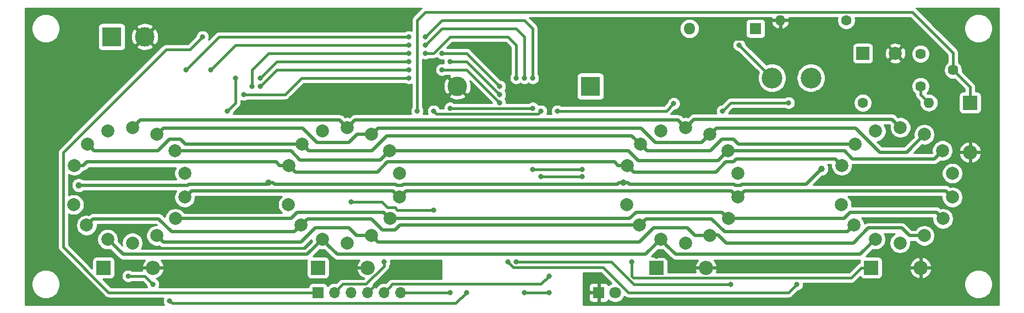
<source format=gtl>
G04 #@! TF.GenerationSoftware,KiCad,Pcbnew,5.1.4-5.1.4*
G04 #@! TF.CreationDate,2019-09-03T08:09:01+02:00*
G04 #@! TF.ProjectId,nixieclock-in18,6e697869-6563-46c6-9f63-6b2d696e3138,rev?*
G04 #@! TF.SameCoordinates,Original*
G04 #@! TF.FileFunction,Copper,L1,Top*
G04 #@! TF.FilePolarity,Positive*
%FSLAX46Y46*%
G04 Gerber Fmt 4.6, Leading zero omitted, Abs format (unit mm)*
G04 Created by KiCad (PCBNEW 5.1.4-5.1.4) date 2019-09-03 08:09:01*
%MOMM*%
%LPD*%
G04 APERTURE LIST*
%ADD10C,2.000000*%
%ADD11R,3.000000X3.000000*%
%ADD12C,3.000000*%
%ADD13R,2.000000X2.000000*%
%ADD14C,1.800000*%
%ADD15R,1.800000X1.800000*%
%ADD16O,1.800000X1.800000*%
%ADD17O,2.200000X2.200000*%
%ADD18R,2.200000X2.200000*%
%ADD19C,3.200000*%
%ADD20C,1.600000*%
%ADD21O,1.600000X1.600000*%
%ADD22C,1.620000*%
%ADD23O,1.700000X1.700000*%
%ADD24R,1.700000X1.700000*%
%ADD25C,0.800000*%
%ADD26C,1.000000*%
%ADD27C,0.400000*%
%ADD28C,0.500000*%
%ADD29C,0.254000*%
G04 APERTURE END LIST*
D10*
X217741500Y-75692000D03*
X217678000Y-81724500D03*
X234759500Y-80581500D03*
X234759500Y-76898500D03*
X219646500Y-84899500D03*
X222885000Y-87058500D03*
X226695000Y-87630000D03*
X230441500Y-86487000D03*
X233299000Y-83883500D03*
X233235500Y-73406000D03*
X230441500Y-70929500D03*
X226758500Y-69850000D03*
X222948500Y-70421500D03*
X219773500Y-72453500D03*
X186753500Y-72453500D03*
X189928500Y-70421500D03*
X193738500Y-69850000D03*
X197421500Y-70929500D03*
X200215500Y-73406000D03*
X200279000Y-83883500D03*
X197421500Y-86487000D03*
X193675000Y-87630000D03*
X189865000Y-87058500D03*
X186626500Y-84899500D03*
X201739500Y-76898500D03*
X201739500Y-80581500D03*
X184658000Y-81724500D03*
X184721500Y-75692000D03*
X101663500Y-72453500D03*
X104838500Y-70421500D03*
X108648500Y-69850000D03*
X112331500Y-70929500D03*
X115125500Y-73406000D03*
X115189000Y-83883500D03*
X112331500Y-86487000D03*
X108585000Y-87630000D03*
X104775000Y-87058500D03*
X101536500Y-84899500D03*
X116649500Y-76898500D03*
X116649500Y-80581500D03*
X99568000Y-81724500D03*
X99631500Y-75692000D03*
X132651500Y-75692000D03*
X132588000Y-81724500D03*
X149669500Y-80581500D03*
X149669500Y-76898500D03*
X134556500Y-84899500D03*
X137795000Y-87058500D03*
X141605000Y-87630000D03*
X145351500Y-86487000D03*
X148209000Y-83883500D03*
X148145500Y-73406000D03*
X145351500Y-70929500D03*
X141668500Y-69850000D03*
X137858500Y-70421500D03*
X134683500Y-72453500D03*
D11*
X179070000Y-63500000D03*
D12*
X158580000Y-63500000D03*
D10*
X225980000Y-58420000D03*
D13*
X220980000Y-58420000D03*
D14*
X182880000Y-95250000D03*
D15*
X180340000Y-95250000D03*
D16*
X194310000Y-54610000D03*
D15*
X204470000Y-54610000D03*
D17*
X237490000Y-73660000D03*
D18*
X237490000Y-66040000D03*
X104140000Y-91440000D03*
D17*
X111760000Y-91440000D03*
X144780000Y-91440000D03*
D18*
X137160000Y-91440000D03*
X189230000Y-91440000D03*
D17*
X196850000Y-91440000D03*
X229870000Y-91440000D03*
D18*
X222250000Y-91440000D03*
D12*
X110490000Y-55880000D03*
D11*
X105410000Y-55880000D03*
D19*
X213010000Y-62230000D03*
X207010000Y-62230000D03*
D20*
X220980000Y-66040000D03*
D21*
X231140000Y-66040000D03*
X208280000Y-53340000D03*
D20*
X218440000Y-53340000D03*
D22*
X229870000Y-63500000D03*
X234870000Y-61000000D03*
X229870000Y-58500000D03*
D23*
X149860000Y-95250000D03*
X147320000Y-95250000D03*
X144780000Y-95250000D03*
X142240000Y-95250000D03*
X139700000Y-95250000D03*
D24*
X137160000Y-95250000D03*
D25*
X212090000Y-66040000D03*
X201930000Y-67310000D03*
X196850000Y-59690000D03*
X186690000Y-60960000D03*
X175849999Y-61549999D03*
X144780000Y-67310000D03*
X144780000Y-63500000D03*
X154940000Y-92710000D03*
X189230000Y-89689998D03*
X128270000Y-82550000D03*
X119380000Y-81280000D03*
X201930000Y-57150000D03*
X119380000Y-55880000D03*
X147320000Y-90530001D03*
D26*
X100330000Y-78740000D03*
X129540000Y-78331501D03*
X184150000Y-78331501D03*
X214630000Y-76200000D03*
D25*
X152400000Y-67310000D03*
X107950000Y-92710000D03*
X111760000Y-93980000D03*
X114300000Y-96520000D03*
X160020000Y-95250000D03*
X142240000Y-81280000D03*
X154940000Y-82550000D03*
X185420000Y-90530001D03*
X157480000Y-95250000D03*
X172720000Y-92710000D03*
X168910000Y-95250000D03*
X172720000Y-95250000D03*
X199390000Y-67310000D03*
X209550000Y-66040000D03*
X191894621Y-66164621D03*
X173990000Y-67310000D03*
X171450000Y-67310000D03*
X154940000Y-67310000D03*
X157480000Y-66871489D03*
X170180000Y-66871489D03*
X151130000Y-58420000D03*
X153670000Y-58420000D03*
X167640000Y-62230000D03*
X127000000Y-63500000D03*
X116840000Y-60960000D03*
X151130000Y-55880000D03*
X153670000Y-55880000D03*
X170180000Y-62230000D03*
X123190000Y-67310000D03*
X124460000Y-62230000D03*
X128243959Y-62256041D03*
X151130000Y-59690000D03*
X156210000Y-58420000D03*
X165100000Y-63500000D03*
X210820000Y-93980000D03*
X166370000Y-90530001D03*
X170180000Y-76298499D03*
X177800000Y-76298499D03*
X125730000Y-64770000D03*
X151130000Y-62230000D03*
X156210000Y-60960000D03*
X165100000Y-66021489D03*
X128270000Y-63500000D03*
X151130000Y-60960000D03*
X157480000Y-59690000D03*
X165100000Y-64770000D03*
X200660000Y-93980000D03*
X171450000Y-77431491D03*
X177800000Y-77431491D03*
X167640000Y-90530001D03*
X120650000Y-60960000D03*
X151130000Y-57150000D03*
X153670000Y-57150000D03*
X168910000Y-62230000D03*
D27*
X212090000Y-66040000D02*
X210820000Y-67310000D01*
X210820000Y-67310000D02*
X201930000Y-67310000D01*
X224980001Y-59419999D02*
X225980000Y-58420000D01*
X220119999Y-64280001D02*
X224980001Y-59419999D01*
X213849999Y-64280001D02*
X220119999Y-64280001D01*
X212090000Y-66040000D02*
X213849999Y-64280001D01*
X208280000Y-54471370D02*
X208280000Y-53340000D01*
X200329999Y-56210001D02*
X206541369Y-56210001D01*
X206541369Y-56210001D02*
X208280000Y-54471370D01*
X196850000Y-59690000D02*
X200329999Y-56210001D01*
X186690000Y-60960000D02*
X185420000Y-59690000D01*
X177709998Y-59690000D02*
X175849999Y-61549999D01*
X185420000Y-59690000D02*
X177709998Y-59690000D01*
X144780000Y-67310000D02*
X144780000Y-63500000D01*
X144780000Y-95250000D02*
X147320000Y-92710000D01*
X147320000Y-92710000D02*
X154940000Y-92710000D01*
X192240002Y-91440000D02*
X196850000Y-91440000D01*
X189230000Y-89689998D02*
X190490000Y-89689998D01*
X190490000Y-89689998D02*
X192240002Y-91440000D01*
X128270000Y-82550000D02*
X127000000Y-81280000D01*
X127000000Y-81280000D02*
X119380000Y-81280000D01*
X201930000Y-57150000D02*
X207010000Y-62230000D01*
X135910000Y-95250000D02*
X137160000Y-95250000D01*
X104939998Y-95250000D02*
X135910000Y-95250000D01*
X97931499Y-88241501D02*
X104939998Y-95250000D01*
X97931499Y-73669499D02*
X97931499Y-88241501D01*
X113770997Y-57830001D02*
X97931499Y-73669499D01*
X117429999Y-57830001D02*
X113770997Y-57830001D01*
X119380000Y-55880000D02*
X117429999Y-57830001D01*
X147320000Y-91194002D02*
X147320000Y-90530001D01*
X139700000Y-95250000D02*
X141000001Y-93949999D01*
X144564003Y-93949999D02*
X147320000Y-91194002D01*
X141000001Y-93949999D02*
X144564003Y-93949999D01*
D28*
X129290010Y-78581491D02*
X129540000Y-78331501D01*
X117235282Y-78581491D02*
X129290010Y-78581491D01*
X100330000Y-78740000D02*
X117076773Y-78740000D01*
X117076773Y-78740000D02*
X117235282Y-78581491D01*
X149242227Y-78740000D02*
X149083718Y-78581491D01*
X130497096Y-78581491D02*
X130247106Y-78331501D01*
X150096773Y-78740000D02*
X149242227Y-78740000D01*
X130247106Y-78331501D02*
X129540000Y-78331501D01*
X149083718Y-78581491D02*
X130497096Y-78581491D01*
X150255282Y-78581491D02*
X150096773Y-78740000D01*
X183192904Y-78581491D02*
X150255282Y-78581491D01*
X183442894Y-78331501D02*
X183192904Y-78581491D01*
X184150000Y-78331501D02*
X183442894Y-78331501D01*
X184857106Y-78331501D02*
X184150000Y-78331501D01*
X201153718Y-78581491D02*
X185107096Y-78581491D01*
X185107096Y-78581491D02*
X184857106Y-78331501D01*
X201312227Y-78740000D02*
X201153718Y-78581491D01*
X202166773Y-78740000D02*
X201312227Y-78740000D01*
X202325282Y-78581491D02*
X202166773Y-78740000D01*
X212248509Y-78581491D02*
X202325282Y-78581491D01*
X214630000Y-76200000D02*
X212248509Y-78581491D01*
D27*
X152400000Y-67310000D02*
X152400000Y-66744315D01*
X237490000Y-63620000D02*
X234870000Y-61000000D01*
X237490000Y-66040000D02*
X237490000Y-63620000D01*
X153650001Y-52089999D02*
X152400000Y-53340000D01*
X228619999Y-52089999D02*
X153650001Y-52089999D01*
X152400000Y-53340000D02*
X152400000Y-67310000D01*
X234870000Y-61000000D02*
X234870000Y-58340000D01*
X234870000Y-58340000D02*
X228619999Y-52089999D01*
X107950000Y-92710000D02*
X110490000Y-92710000D01*
X110490000Y-92710000D02*
X111760000Y-93980000D01*
X158350001Y-96919999D02*
X160020000Y-95250000D01*
X114300000Y-96520000D02*
X114699999Y-96919999D01*
X114699999Y-96919999D02*
X158350001Y-96919999D01*
X142240000Y-81280000D02*
X146949017Y-81280000D01*
X147852516Y-82183499D02*
X149025001Y-82183499D01*
X146949017Y-81280000D02*
X147852516Y-82183499D01*
X149025001Y-82183499D02*
X149391502Y-82550000D01*
X149391502Y-82550000D02*
X154940000Y-82550000D01*
X185420000Y-90530001D02*
X185420000Y-92710000D01*
X220750000Y-91440000D02*
X222250000Y-91440000D01*
X219199999Y-92990001D02*
X220750000Y-91440000D01*
X185700001Y-92990001D02*
X219199999Y-92990001D01*
X185420000Y-92710000D02*
X185700001Y-92990001D01*
X149860000Y-95250000D02*
X157480000Y-95250000D01*
X148169999Y-94400001D02*
X147320000Y-95250000D01*
X148620001Y-93949999D02*
X148169999Y-94400001D01*
X171480001Y-93949999D02*
X148620001Y-93949999D01*
X172720000Y-92710000D02*
X171480001Y-93949999D01*
X168910000Y-95250000D02*
X172720000Y-95250000D01*
X199390000Y-67310000D02*
X200660000Y-66040000D01*
X200660000Y-66040000D02*
X209550000Y-66040000D01*
D28*
X187753499Y-73453499D02*
X186753500Y-72453500D01*
X197487503Y-73453499D02*
X187753499Y-73453499D01*
X199285003Y-71655999D02*
X197487503Y-73453499D01*
X201055501Y-71655999D02*
X199285003Y-71655999D01*
X201853002Y-72453500D02*
X201055501Y-71655999D01*
X219773500Y-72453500D02*
X201853002Y-72453500D01*
X145417503Y-73453499D02*
X135683499Y-73453499D01*
X147751002Y-71120000D02*
X145417503Y-73453499D01*
X185420000Y-71120000D02*
X147751002Y-71120000D01*
X135683499Y-73453499D02*
X134683500Y-72453500D01*
X186753500Y-72453500D02*
X185420000Y-71120000D01*
X102663499Y-73453499D02*
X101663500Y-72453500D01*
X112487999Y-73453499D02*
X102663499Y-73453499D01*
X114285499Y-71655999D02*
X112487999Y-73453499D01*
X115965501Y-71655999D02*
X114285499Y-71655999D01*
X116763002Y-72453500D02*
X115965501Y-71655999D01*
X134683500Y-72453500D02*
X116763002Y-72453500D01*
X194738499Y-68850001D02*
X193738500Y-69850000D01*
X195008500Y-68580000D02*
X194738499Y-68850001D01*
X225488500Y-68580000D02*
X195008500Y-68580000D01*
X226758500Y-69850000D02*
X225488500Y-68580000D01*
X142668499Y-68850001D02*
X141668500Y-69850000D01*
X142847001Y-68671499D02*
X142668499Y-68850001D01*
X193738500Y-69850000D02*
X192559999Y-68671499D01*
X109648499Y-68850001D02*
X108648500Y-69850000D01*
X140489999Y-68671499D02*
X109827001Y-68671499D01*
X109827001Y-68671499D02*
X109648499Y-68850001D01*
X141668500Y-69850000D02*
X140489999Y-68671499D01*
X192559999Y-68671499D02*
X142847001Y-68671499D01*
X219839503Y-69929501D02*
X198421499Y-69929501D01*
X223570002Y-73660000D02*
X219839503Y-69929501D01*
X198421499Y-69929501D02*
X197421500Y-70929500D01*
X227711000Y-73660000D02*
X223570002Y-73660000D01*
X230441500Y-70929500D02*
X227711000Y-73660000D01*
X146351499Y-69929501D02*
X145351500Y-70929500D01*
X189061503Y-72171501D02*
X186819503Y-69929501D01*
X186819503Y-69929501D02*
X146351499Y-69929501D01*
X196179499Y-72171501D02*
X189061503Y-72171501D01*
X197421500Y-70929500D02*
X196179499Y-72171501D01*
X113331499Y-69929501D02*
X112331500Y-70929500D01*
X134749503Y-69929501D02*
X113331499Y-69929501D01*
X136991503Y-72171501D02*
X134749503Y-69929501D01*
X143179002Y-70929500D02*
X141937001Y-72171501D01*
X141937001Y-72171501D02*
X136991503Y-72171501D01*
X145351500Y-70929500D02*
X143179002Y-70929500D01*
X202739499Y-79581501D02*
X201739500Y-80581500D01*
X233759501Y-79581501D02*
X202739499Y-79581501D01*
X234759500Y-80581500D02*
X233759501Y-79581501D01*
X150669499Y-79581501D02*
X149669500Y-80581500D01*
X200739501Y-79581501D02*
X150669499Y-79581501D01*
X201739500Y-80581500D02*
X200739501Y-79581501D01*
X117649499Y-79581501D02*
X116649500Y-80581500D01*
X148669501Y-79581501D02*
X117649499Y-79581501D01*
X149669500Y-80581500D02*
X148669501Y-79581501D01*
X187626499Y-83899501D02*
X186626500Y-84899500D01*
X197704999Y-83899501D02*
X187626499Y-83899501D01*
X199704997Y-85899499D02*
X197704999Y-83899501D01*
X218646501Y-85899499D02*
X199704997Y-85899499D01*
X219646500Y-84899500D02*
X218646501Y-85899499D01*
X135556499Y-83899501D02*
X134556500Y-84899500D01*
X145354003Y-83899501D02*
X135556499Y-83899501D01*
X149049001Y-85633501D02*
X147088003Y-85633501D01*
X147088003Y-85633501D02*
X145354003Y-83899501D01*
X149783002Y-84899500D02*
X149049001Y-85633501D01*
X186626500Y-84899500D02*
X149783002Y-84899500D01*
X102536499Y-83899501D02*
X101536500Y-84899500D01*
X112614999Y-83899501D02*
X102536499Y-83899501D01*
X114614997Y-85899499D02*
X112614999Y-83899501D01*
X133556501Y-85899499D02*
X114614997Y-85899499D01*
X134556500Y-84899500D02*
X133556501Y-85899499D01*
X138794999Y-88058499D02*
X137795000Y-87058500D01*
X187543499Y-89380001D02*
X140116501Y-89380001D01*
X140116501Y-89380001D02*
X138794999Y-88058499D01*
X189865000Y-87058500D02*
X187543499Y-89380001D01*
X104838500Y-87058500D02*
X104775000Y-87058500D01*
X107160001Y-89380001D02*
X104838500Y-87058500D01*
X137795000Y-87058500D02*
X135473499Y-89380001D01*
X135473499Y-89380001D02*
X107160001Y-89380001D01*
X190864999Y-88058499D02*
X189865000Y-87058500D01*
X192186501Y-89380001D02*
X190864999Y-88058499D01*
X220563499Y-89380001D02*
X192186501Y-89380001D01*
X222885000Y-87058500D02*
X220563499Y-89380001D01*
X146351499Y-87486999D02*
X145351500Y-86487000D01*
X186629003Y-87486999D02*
X146351499Y-87486999D01*
X188807503Y-85308499D02*
X186629003Y-87486999D01*
X193943501Y-85308499D02*
X188807503Y-85308499D01*
X195122002Y-86487000D02*
X193943501Y-85308499D01*
X197421500Y-86487000D02*
X195122002Y-86487000D01*
X134559003Y-87486999D02*
X113331499Y-87486999D01*
X136737503Y-85308499D02*
X134559003Y-87486999D01*
X141873501Y-85308499D02*
X136737503Y-85308499D01*
X143052002Y-86487000D02*
X141873501Y-85308499D01*
X113331499Y-87486999D02*
X112331500Y-86487000D01*
X145351500Y-86487000D02*
X143052002Y-86487000D01*
X197548500Y-86360000D02*
X197421500Y-86487000D01*
X198751271Y-86360000D02*
X197548500Y-86360000D01*
X200021271Y-87630000D02*
X198751271Y-86360000D01*
X226963501Y-85308499D02*
X221827503Y-85308499D01*
X221827503Y-85308499D02*
X219506002Y-87630000D01*
X219506002Y-87630000D02*
X200021271Y-87630000D01*
X228142002Y-86487000D02*
X226963501Y-85308499D01*
X230441500Y-86487000D02*
X228142002Y-86487000D01*
X219072497Y-82883501D02*
X232299001Y-82883501D01*
X218072498Y-83883500D02*
X219072497Y-82883501D01*
X232299001Y-82883501D02*
X233299000Y-83883500D01*
X200279000Y-83883500D02*
X218072498Y-83883500D01*
X149623213Y-83883500D02*
X148209000Y-83883500D01*
X185089002Y-83883500D02*
X149623213Y-83883500D01*
X186089001Y-82883501D02*
X185089002Y-83883500D01*
X199279001Y-82883501D02*
X186089001Y-82883501D01*
X200279000Y-83883500D02*
X199279001Y-82883501D01*
X116603213Y-83883500D02*
X115189000Y-83883500D01*
X132982498Y-83883500D02*
X116603213Y-83883500D01*
X133982497Y-82883501D02*
X132982498Y-83883500D01*
X147209001Y-82883501D02*
X133982497Y-82883501D01*
X148209000Y-83883500D02*
X147209001Y-82883501D01*
X200263010Y-73453510D02*
X200215500Y-73406000D01*
X218183508Y-73453510D02*
X200263010Y-73453510D01*
X219390008Y-74660010D02*
X218183508Y-73453510D01*
X231981490Y-74660010D02*
X219390008Y-74660010D01*
X233235500Y-73406000D02*
X231981490Y-74660010D01*
X149559713Y-73406000D02*
X148145500Y-73406000D01*
X198691500Y-74930000D02*
X186471501Y-74930000D01*
X184947501Y-73406000D02*
X149559713Y-73406000D01*
X186471501Y-74930000D02*
X184947501Y-73406000D01*
X200215500Y-73406000D02*
X198691500Y-74930000D01*
X133003012Y-73453510D02*
X115173010Y-73453510D01*
X134401501Y-74851999D02*
X133003012Y-73453510D01*
X146699501Y-74851999D02*
X134401501Y-74851999D01*
X115173010Y-73453510D02*
X115125500Y-73406000D01*
X148145500Y-73406000D02*
X146699501Y-74851999D01*
X198343727Y-76691999D02*
X185721499Y-76691999D01*
X199879725Y-75156001D02*
X198343727Y-76691999D01*
X185721499Y-76691999D02*
X184721500Y-75692000D01*
X201055501Y-75156001D02*
X199879725Y-75156001D01*
X216741501Y-74692001D02*
X201519501Y-74692001D01*
X201519501Y-74692001D02*
X201055501Y-75156001D01*
X217741500Y-75692000D02*
X216741501Y-74692001D01*
X146273727Y-76691999D02*
X133651499Y-76691999D01*
X147809725Y-75156001D02*
X146273727Y-76691999D01*
X148985501Y-75156001D02*
X147809725Y-75156001D01*
X148993003Y-75148499D02*
X148985501Y-75156001D01*
X182763786Y-75148499D02*
X148993003Y-75148499D01*
X183307287Y-75692000D02*
X182763786Y-75148499D01*
X133651499Y-76691999D02*
X132651500Y-75692000D01*
X184721500Y-75692000D02*
X183307287Y-75692000D01*
X101581712Y-75156001D02*
X101045713Y-75692000D01*
X101045713Y-75692000D02*
X99631500Y-75692000D01*
X115965501Y-75156001D02*
X101581712Y-75156001D01*
X115973003Y-75148499D02*
X115965501Y-75156001D01*
X130693786Y-75148499D02*
X115973003Y-75148499D01*
X131237287Y-75692000D02*
X130693786Y-75148499D01*
X132651500Y-75692000D02*
X131237287Y-75692000D01*
D27*
X191894621Y-66164621D02*
X190749242Y-67310000D01*
X190749242Y-67310000D02*
X173990000Y-67310000D01*
X229870000Y-64770000D02*
X231140000Y-66040000D01*
X229870000Y-63500000D02*
X229870000Y-64770000D01*
X171450000Y-67310000D02*
X171038511Y-67721489D01*
X171038511Y-67721489D02*
X155351489Y-67721489D01*
X155351489Y-67721489D02*
X154940000Y-67310000D01*
X157480000Y-66871489D02*
X170180000Y-66871489D01*
X153670000Y-58420000D02*
X154940000Y-58420000D01*
X154940000Y-58420000D02*
X157480000Y-55880000D01*
X157480000Y-55880000D02*
X166370000Y-55880000D01*
X166370000Y-55880000D02*
X167640000Y-57150000D01*
X167640000Y-57150000D02*
X167640000Y-62230000D01*
X129540000Y-58420000D02*
X151130000Y-58420000D01*
X127000000Y-60960000D02*
X129540000Y-58420000D01*
X127000000Y-63500000D02*
X127000000Y-60960000D01*
X116840000Y-60960000D02*
X121920000Y-55880000D01*
X121920000Y-55880000D02*
X151130000Y-55880000D01*
X153670000Y-55880000D02*
X156210000Y-53340000D01*
X156210000Y-53340000D02*
X168910000Y-53340000D01*
X168910000Y-53340000D02*
X170180000Y-54610000D01*
X170180000Y-54610000D02*
X170180000Y-62230000D01*
X123190000Y-67310000D02*
X124460000Y-66040000D01*
X124460000Y-66040000D02*
X124460000Y-62230000D01*
X128243959Y-62256041D02*
X130810000Y-59690000D01*
X130810000Y-59690000D02*
X151130000Y-59690000D01*
X156210000Y-58420000D02*
X160020000Y-58420000D01*
X160020000Y-58420000D02*
X165100000Y-63500000D01*
X209550000Y-95250000D02*
X184878002Y-95250000D01*
X210820000Y-93980000D02*
X209550000Y-95250000D01*
X184878002Y-95250000D02*
X181008004Y-91380002D01*
X181008004Y-91380002D02*
X167220001Y-91380002D01*
X167220001Y-91380002D02*
X166370000Y-90530001D01*
X170180000Y-76298499D02*
X177800000Y-76298499D01*
X125730000Y-64770000D02*
X132080000Y-64770000D01*
X132080000Y-64770000D02*
X134620000Y-62230000D01*
X134620000Y-62230000D02*
X151130000Y-62230000D01*
X156210000Y-60960000D02*
X160038511Y-60960000D01*
X160038511Y-60960000D02*
X165100000Y-66021489D01*
X128270000Y-63500000D02*
X130810000Y-60960000D01*
X130810000Y-60960000D02*
X151130000Y-60960000D01*
X157480000Y-59690000D02*
X160020000Y-59690000D01*
X160020000Y-59690000D02*
X165100000Y-64770000D01*
X171450000Y-77431491D02*
X177800000Y-77431491D01*
X185770748Y-93980000D02*
X200660000Y-93980000D01*
X167640000Y-90530001D02*
X182320749Y-90530001D01*
X182320749Y-90530001D02*
X185770748Y-93980000D01*
X120650000Y-60960000D02*
X124460000Y-57150000D01*
X124460000Y-57150000D02*
X151130000Y-57150000D01*
X153670000Y-57150000D02*
X156210000Y-54610000D01*
X156210000Y-54610000D02*
X167640000Y-54610000D01*
X167640000Y-54610000D02*
X168910000Y-55880000D01*
X168910000Y-55880000D02*
X168910000Y-62230000D01*
D29*
G36*
X241910001Y-97130000D02*
G01*
X177927000Y-97130000D01*
X177927000Y-96150000D01*
X178801928Y-96150000D01*
X178814188Y-96274482D01*
X178850498Y-96394180D01*
X178909463Y-96504494D01*
X178988815Y-96601185D01*
X179085506Y-96680537D01*
X179195820Y-96739502D01*
X179315518Y-96775812D01*
X179440000Y-96788072D01*
X180054250Y-96785000D01*
X180213000Y-96626250D01*
X180213000Y-95377000D01*
X178963750Y-95377000D01*
X178805000Y-95535750D01*
X178801928Y-96150000D01*
X177927000Y-96150000D01*
X177927000Y-94350000D01*
X178801928Y-94350000D01*
X178805000Y-94964250D01*
X178963750Y-95123000D01*
X180213000Y-95123000D01*
X180213000Y-93873750D01*
X180054250Y-93715000D01*
X179440000Y-93711928D01*
X179315518Y-93724188D01*
X179195820Y-93760498D01*
X179085506Y-93819463D01*
X178988815Y-93898815D01*
X178909463Y-93995506D01*
X178850498Y-94105820D01*
X178814188Y-94225518D01*
X178801928Y-94350000D01*
X177927000Y-94350000D01*
X177927000Y-92215002D01*
X180662137Y-92215002D01*
X182282963Y-93835829D01*
X182152905Y-93889701D01*
X181901495Y-94057688D01*
X181835056Y-94124127D01*
X181829502Y-94105820D01*
X181770537Y-93995506D01*
X181691185Y-93898815D01*
X181594494Y-93819463D01*
X181484180Y-93760498D01*
X181364482Y-93724188D01*
X181240000Y-93711928D01*
X180625750Y-93715000D01*
X180467000Y-93873750D01*
X180467000Y-95123000D01*
X180487000Y-95123000D01*
X180487000Y-95377000D01*
X180467000Y-95377000D01*
X180467000Y-96626250D01*
X180625750Y-96785000D01*
X181240000Y-96788072D01*
X181364482Y-96775812D01*
X181484180Y-96739502D01*
X181594494Y-96680537D01*
X181691185Y-96601185D01*
X181770537Y-96504494D01*
X181829502Y-96394180D01*
X181835056Y-96375873D01*
X181901495Y-96442312D01*
X182152905Y-96610299D01*
X182432257Y-96726011D01*
X182728816Y-96785000D01*
X183031184Y-96785000D01*
X183327743Y-96726011D01*
X183607095Y-96610299D01*
X183858505Y-96442312D01*
X184072312Y-96228505D01*
X184240299Y-95977095D01*
X184292929Y-95850035D01*
X184316570Y-95869437D01*
X184316572Y-95869439D01*
X184411856Y-95947636D01*
X184556915Y-96025172D01*
X184714313Y-96072918D01*
X184836983Y-96085000D01*
X184836984Y-96085000D01*
X184878002Y-96089040D01*
X184919020Y-96085000D01*
X209508982Y-96085000D01*
X209550000Y-96089040D01*
X209591018Y-96085000D01*
X209591019Y-96085000D01*
X209713689Y-96072918D01*
X209871087Y-96025172D01*
X210016146Y-95947636D01*
X210143291Y-95843291D01*
X210169446Y-95811421D01*
X210976775Y-95004092D01*
X211121898Y-94975226D01*
X211310256Y-94897205D01*
X211479774Y-94783937D01*
X211623937Y-94639774D01*
X211737205Y-94470256D01*
X211815226Y-94281898D01*
X211855000Y-94081939D01*
X211855000Y-93878061D01*
X211844446Y-93825001D01*
X219158981Y-93825001D01*
X219199999Y-93829041D01*
X219241017Y-93825001D01*
X219241018Y-93825001D01*
X219363688Y-93812919D01*
X219521086Y-93765173D01*
X219531003Y-93759872D01*
X236525000Y-93759872D01*
X236525000Y-94200128D01*
X236610890Y-94631925D01*
X236779369Y-95038669D01*
X237023962Y-95404729D01*
X237335271Y-95716038D01*
X237701331Y-95960631D01*
X238108075Y-96129110D01*
X238539872Y-96215000D01*
X238980128Y-96215000D01*
X239411925Y-96129110D01*
X239818669Y-95960631D01*
X240184729Y-95716038D01*
X240496038Y-95404729D01*
X240740631Y-95038669D01*
X240909110Y-94631925D01*
X240995000Y-94200128D01*
X240995000Y-93759872D01*
X240909110Y-93328075D01*
X240740631Y-92921331D01*
X240496038Y-92555271D01*
X240184729Y-92243962D01*
X239818669Y-91999369D01*
X239411925Y-91830890D01*
X238980128Y-91745000D01*
X238539872Y-91745000D01*
X238108075Y-91830890D01*
X237701331Y-91999369D01*
X237335271Y-92243962D01*
X237023962Y-92555271D01*
X236779369Y-92921331D01*
X236610890Y-93328075D01*
X236525000Y-93759872D01*
X219531003Y-93759872D01*
X219666145Y-93687637D01*
X219793290Y-93583292D01*
X219819445Y-93551422D01*
X220569621Y-92801247D01*
X220619463Y-92894494D01*
X220698815Y-92991185D01*
X220795506Y-93070537D01*
X220905820Y-93129502D01*
X221025518Y-93165812D01*
X221150000Y-93178072D01*
X223350000Y-93178072D01*
X223474482Y-93165812D01*
X223594180Y-93129502D01*
X223704494Y-93070537D01*
X223801185Y-92991185D01*
X223880537Y-92894494D01*
X223939502Y-92784180D01*
X223975812Y-92664482D01*
X223988072Y-92540000D01*
X223988072Y-91836122D01*
X228180825Y-91836122D01*
X228245425Y-92049094D01*
X228395469Y-92354329D01*
X228602178Y-92624427D01*
X228857609Y-92849008D01*
X229151946Y-93019442D01*
X229473877Y-93129179D01*
X229743000Y-93011600D01*
X229743000Y-91567000D01*
X229997000Y-91567000D01*
X229997000Y-93011600D01*
X230266123Y-93129179D01*
X230588054Y-93019442D01*
X230882391Y-92849008D01*
X231137822Y-92624427D01*
X231344531Y-92354329D01*
X231494575Y-92049094D01*
X231559175Y-91836122D01*
X231441125Y-91567000D01*
X229997000Y-91567000D01*
X229743000Y-91567000D01*
X228298875Y-91567000D01*
X228180825Y-91836122D01*
X223988072Y-91836122D01*
X223988072Y-91043878D01*
X228180825Y-91043878D01*
X228298875Y-91313000D01*
X229743000Y-91313000D01*
X229743000Y-89868400D01*
X229997000Y-89868400D01*
X229997000Y-91313000D01*
X231441125Y-91313000D01*
X231559175Y-91043878D01*
X231494575Y-90830906D01*
X231344531Y-90525671D01*
X231137822Y-90255573D01*
X230882391Y-90030992D01*
X230588054Y-89860558D01*
X230266123Y-89750821D01*
X229997000Y-89868400D01*
X229743000Y-89868400D01*
X229473877Y-89750821D01*
X229151946Y-89860558D01*
X228857609Y-90030992D01*
X228602178Y-90255573D01*
X228395469Y-90525671D01*
X228245425Y-90830906D01*
X228180825Y-91043878D01*
X223988072Y-91043878D01*
X223988072Y-90340000D01*
X223975812Y-90215518D01*
X223939502Y-90095820D01*
X223880537Y-89985506D01*
X223801185Y-89888815D01*
X223704494Y-89809463D01*
X223594180Y-89750498D01*
X223474482Y-89714188D01*
X223350000Y-89701928D01*
X221493150Y-89701928D01*
X222538475Y-88656604D01*
X222723967Y-88693500D01*
X223046033Y-88693500D01*
X223361912Y-88630668D01*
X223659463Y-88507418D01*
X223927252Y-88328487D01*
X224154987Y-88100752D01*
X224333918Y-87832963D01*
X224457168Y-87535412D01*
X224520000Y-87219533D01*
X224520000Y-86897467D01*
X224457168Y-86581588D01*
X224333918Y-86284037D01*
X224273422Y-86193499D01*
X225901954Y-86193499D01*
X225652748Y-86360013D01*
X225425013Y-86587748D01*
X225246082Y-86855537D01*
X225122832Y-87153088D01*
X225060000Y-87468967D01*
X225060000Y-87791033D01*
X225122832Y-88106912D01*
X225246082Y-88404463D01*
X225425013Y-88672252D01*
X225652748Y-88899987D01*
X225920537Y-89078918D01*
X226218088Y-89202168D01*
X226533967Y-89265000D01*
X226856033Y-89265000D01*
X227171912Y-89202168D01*
X227469463Y-89078918D01*
X227737252Y-88899987D01*
X227964987Y-88672252D01*
X228143918Y-88404463D01*
X228267168Y-88106912D01*
X228330000Y-87791033D01*
X228330000Y-87468967D01*
X228310712Y-87372000D01*
X229066441Y-87372000D01*
X229171513Y-87529252D01*
X229399248Y-87756987D01*
X229667037Y-87935918D01*
X229964588Y-88059168D01*
X230280467Y-88122000D01*
X230602533Y-88122000D01*
X230918412Y-88059168D01*
X231215963Y-87935918D01*
X231483752Y-87756987D01*
X231711487Y-87529252D01*
X231890418Y-87261463D01*
X232013668Y-86963912D01*
X232076500Y-86648033D01*
X232076500Y-86325967D01*
X232013668Y-86010088D01*
X231890418Y-85712537D01*
X231711487Y-85444748D01*
X231483752Y-85217013D01*
X231215963Y-85038082D01*
X230918412Y-84914832D01*
X230602533Y-84852000D01*
X230280467Y-84852000D01*
X229964588Y-84914832D01*
X229667037Y-85038082D01*
X229399248Y-85217013D01*
X229171513Y-85444748D01*
X229066441Y-85602000D01*
X228508581Y-85602000D01*
X227620035Y-84713455D01*
X227592318Y-84679682D01*
X227457560Y-84569088D01*
X227303814Y-84486910D01*
X227136991Y-84436304D01*
X227006978Y-84423499D01*
X227006970Y-84423499D01*
X226963501Y-84419218D01*
X226920032Y-84423499D01*
X221870968Y-84423499D01*
X221827502Y-84419218D01*
X221784036Y-84423499D01*
X221784026Y-84423499D01*
X221654013Y-84436304D01*
X221487190Y-84486910D01*
X221333444Y-84569088D01*
X221333442Y-84569089D01*
X221333443Y-84569089D01*
X221259826Y-84629505D01*
X221218668Y-84422588D01*
X221095418Y-84125037D01*
X220916487Y-83857248D01*
X220827740Y-83768501D01*
X231664000Y-83768501D01*
X231664000Y-84044533D01*
X231726832Y-84360412D01*
X231850082Y-84657963D01*
X232029013Y-84925752D01*
X232256748Y-85153487D01*
X232524537Y-85332418D01*
X232822088Y-85455668D01*
X233137967Y-85518500D01*
X233460033Y-85518500D01*
X233775912Y-85455668D01*
X234073463Y-85332418D01*
X234341252Y-85153487D01*
X234568987Y-84925752D01*
X234747918Y-84657963D01*
X234871168Y-84360412D01*
X234934000Y-84044533D01*
X234934000Y-83722467D01*
X234871168Y-83406588D01*
X234747918Y-83109037D01*
X234568987Y-82841248D01*
X234341252Y-82613513D01*
X234073463Y-82434582D01*
X233775912Y-82311332D01*
X233460033Y-82248500D01*
X233137967Y-82248500D01*
X232952946Y-82285303D01*
X232927818Y-82254684D01*
X232793060Y-82144090D01*
X232639314Y-82061912D01*
X232472491Y-82011306D01*
X232342478Y-81998501D01*
X232342470Y-81998501D01*
X232299001Y-81994220D01*
X232255532Y-81998501D01*
X219290529Y-81998501D01*
X219313000Y-81885533D01*
X219313000Y-81563467D01*
X219250168Y-81247588D01*
X219126918Y-80950037D01*
X218947987Y-80682248D01*
X218732240Y-80466501D01*
X233124500Y-80466501D01*
X233124500Y-80742533D01*
X233187332Y-81058412D01*
X233310582Y-81355963D01*
X233489513Y-81623752D01*
X233717248Y-81851487D01*
X233985037Y-82030418D01*
X234282588Y-82153668D01*
X234598467Y-82216500D01*
X234920533Y-82216500D01*
X235236412Y-82153668D01*
X235533963Y-82030418D01*
X235801752Y-81851487D01*
X236029487Y-81623752D01*
X236208418Y-81355963D01*
X236331668Y-81058412D01*
X236394500Y-80742533D01*
X236394500Y-80420467D01*
X236331668Y-80104588D01*
X236208418Y-79807037D01*
X236029487Y-79539248D01*
X235801752Y-79311513D01*
X235533963Y-79132582D01*
X235236412Y-79009332D01*
X234920533Y-78946500D01*
X234598467Y-78946500D01*
X234413446Y-78983303D01*
X234388318Y-78952684D01*
X234253560Y-78842090D01*
X234099814Y-78759912D01*
X233932991Y-78709306D01*
X233802978Y-78696501D01*
X233802970Y-78696501D01*
X233759501Y-78692220D01*
X233716032Y-78696501D01*
X213385077Y-78696501D01*
X214747768Y-77333810D01*
X214961067Y-77291383D01*
X215167624Y-77205824D01*
X215353520Y-77081612D01*
X215511612Y-76923520D01*
X215635824Y-76737624D01*
X215721383Y-76531067D01*
X215765000Y-76311788D01*
X215765000Y-76088212D01*
X215721383Y-75868933D01*
X215635824Y-75662376D01*
X215578778Y-75577001D01*
X216106500Y-75577001D01*
X216106500Y-75853033D01*
X216169332Y-76168912D01*
X216292582Y-76466463D01*
X216471513Y-76734252D01*
X216699248Y-76961987D01*
X216967037Y-77140918D01*
X217264588Y-77264168D01*
X217580467Y-77327000D01*
X217902533Y-77327000D01*
X218218412Y-77264168D01*
X218515963Y-77140918D01*
X218783752Y-76961987D01*
X219008272Y-76737467D01*
X233124500Y-76737467D01*
X233124500Y-77059533D01*
X233187332Y-77375412D01*
X233310582Y-77672963D01*
X233489513Y-77940752D01*
X233717248Y-78168487D01*
X233985037Y-78347418D01*
X234282588Y-78470668D01*
X234598467Y-78533500D01*
X234920533Y-78533500D01*
X235236412Y-78470668D01*
X235533963Y-78347418D01*
X235801752Y-78168487D01*
X236029487Y-77940752D01*
X236208418Y-77672963D01*
X236331668Y-77375412D01*
X236394500Y-77059533D01*
X236394500Y-76737467D01*
X236331668Y-76421588D01*
X236208418Y-76124037D01*
X236029487Y-75856248D01*
X235801752Y-75628513D01*
X235533963Y-75449582D01*
X235236412Y-75326332D01*
X234920533Y-75263500D01*
X234598467Y-75263500D01*
X234282588Y-75326332D01*
X233985037Y-75449582D01*
X233717248Y-75628513D01*
X233489513Y-75856248D01*
X233310582Y-76124037D01*
X233187332Y-76421588D01*
X233124500Y-76737467D01*
X219008272Y-76737467D01*
X219011487Y-76734252D01*
X219190418Y-76466463D01*
X219313668Y-76168912D01*
X219376500Y-75853033D01*
X219376500Y-75547961D01*
X219390008Y-75549291D01*
X219433477Y-75545010D01*
X231938021Y-75545010D01*
X231981490Y-75549291D01*
X232024959Y-75545010D01*
X232024967Y-75545010D01*
X232154980Y-75532205D01*
X232321803Y-75481599D01*
X232475549Y-75399421D01*
X232610307Y-75288827D01*
X232638024Y-75255054D01*
X232888975Y-75004103D01*
X233074467Y-75041000D01*
X233396533Y-75041000D01*
X233712412Y-74978168D01*
X234009963Y-74854918D01*
X234277752Y-74675987D01*
X234505487Y-74448252D01*
X234684418Y-74180463D01*
X234735921Y-74056123D01*
X235800821Y-74056123D01*
X235910558Y-74378054D01*
X236080992Y-74672391D01*
X236305573Y-74927822D01*
X236575671Y-75134531D01*
X236880906Y-75284575D01*
X237093878Y-75349175D01*
X237363000Y-75231125D01*
X237363000Y-73787000D01*
X237617000Y-73787000D01*
X237617000Y-75231125D01*
X237886122Y-75349175D01*
X238099094Y-75284575D01*
X238404329Y-75134531D01*
X238674427Y-74927822D01*
X238899008Y-74672391D01*
X239069442Y-74378054D01*
X239179179Y-74056123D01*
X239061600Y-73787000D01*
X237617000Y-73787000D01*
X237363000Y-73787000D01*
X235918400Y-73787000D01*
X235800821Y-74056123D01*
X234735921Y-74056123D01*
X234807668Y-73882912D01*
X234870500Y-73567033D01*
X234870500Y-73263877D01*
X235800821Y-73263877D01*
X235918400Y-73533000D01*
X237363000Y-73533000D01*
X237363000Y-72088875D01*
X237617000Y-72088875D01*
X237617000Y-73533000D01*
X239061600Y-73533000D01*
X239179179Y-73263877D01*
X239069442Y-72941946D01*
X238899008Y-72647609D01*
X238674427Y-72392178D01*
X238404329Y-72185469D01*
X238099094Y-72035425D01*
X237886122Y-71970825D01*
X237617000Y-72088875D01*
X237363000Y-72088875D01*
X237093878Y-71970825D01*
X236880906Y-72035425D01*
X236575671Y-72185469D01*
X236305573Y-72392178D01*
X236080992Y-72647609D01*
X235910558Y-72941946D01*
X235800821Y-73263877D01*
X234870500Y-73263877D01*
X234870500Y-73244967D01*
X234807668Y-72929088D01*
X234684418Y-72631537D01*
X234505487Y-72363748D01*
X234277752Y-72136013D01*
X234009963Y-71957082D01*
X233712412Y-71833832D01*
X233396533Y-71771000D01*
X233074467Y-71771000D01*
X232758588Y-71833832D01*
X232461037Y-71957082D01*
X232193248Y-72136013D01*
X231965513Y-72363748D01*
X231786582Y-72631537D01*
X231663332Y-72929088D01*
X231600500Y-73244967D01*
X231600500Y-73567033D01*
X231637397Y-73752525D01*
X231614912Y-73775010D01*
X228847568Y-73775010D01*
X230094975Y-72527604D01*
X230280467Y-72564500D01*
X230602533Y-72564500D01*
X230918412Y-72501668D01*
X231215963Y-72378418D01*
X231483752Y-72199487D01*
X231711487Y-71971752D01*
X231890418Y-71703963D01*
X232013668Y-71406412D01*
X232076500Y-71090533D01*
X232076500Y-70768467D01*
X232013668Y-70452588D01*
X231890418Y-70155037D01*
X231711487Y-69887248D01*
X231483752Y-69659513D01*
X231215963Y-69480582D01*
X230918412Y-69357332D01*
X230602533Y-69294500D01*
X230280467Y-69294500D01*
X229964588Y-69357332D01*
X229667037Y-69480582D01*
X229399248Y-69659513D01*
X229171513Y-69887248D01*
X228992582Y-70155037D01*
X228869332Y-70452588D01*
X228806500Y-70768467D01*
X228806500Y-71090533D01*
X228843396Y-71276025D01*
X227344422Y-72775000D01*
X223936581Y-72775000D01*
X223200072Y-72038491D01*
X223425412Y-71993668D01*
X223722963Y-71870418D01*
X223990752Y-71691487D01*
X224218487Y-71463752D01*
X224397418Y-71195963D01*
X224520668Y-70898412D01*
X224583500Y-70582533D01*
X224583500Y-70260467D01*
X224520668Y-69944588D01*
X224397418Y-69647037D01*
X224275785Y-69465000D01*
X225121922Y-69465000D01*
X225160397Y-69503475D01*
X225123500Y-69688967D01*
X225123500Y-70011033D01*
X225186332Y-70326912D01*
X225309582Y-70624463D01*
X225488513Y-70892252D01*
X225716248Y-71119987D01*
X225984037Y-71298918D01*
X226281588Y-71422168D01*
X226597467Y-71485000D01*
X226919533Y-71485000D01*
X227235412Y-71422168D01*
X227532963Y-71298918D01*
X227800752Y-71119987D01*
X228028487Y-70892252D01*
X228207418Y-70624463D01*
X228330668Y-70326912D01*
X228393500Y-70011033D01*
X228393500Y-69688967D01*
X228330668Y-69373088D01*
X228207418Y-69075537D01*
X228028487Y-68807748D01*
X227800752Y-68580013D01*
X227532963Y-68401082D01*
X227235412Y-68277832D01*
X226919533Y-68215000D01*
X226597467Y-68215000D01*
X226411975Y-68251897D01*
X226145034Y-67984956D01*
X226117317Y-67951183D01*
X225982559Y-67840589D01*
X225828813Y-67758411D01*
X225661990Y-67707805D01*
X225531977Y-67695000D01*
X225531969Y-67695000D01*
X225488500Y-67690719D01*
X225445031Y-67695000D01*
X200350804Y-67695000D01*
X200385226Y-67611898D01*
X200414093Y-67466775D01*
X201005868Y-66875000D01*
X208936715Y-66875000D01*
X209059744Y-66957205D01*
X209248102Y-67035226D01*
X209448061Y-67075000D01*
X209651939Y-67075000D01*
X209851898Y-67035226D01*
X210040256Y-66957205D01*
X210209774Y-66843937D01*
X210353937Y-66699774D01*
X210467205Y-66530256D01*
X210545226Y-66341898D01*
X210585000Y-66141939D01*
X210585000Y-65938061D01*
X210577164Y-65898665D01*
X219545000Y-65898665D01*
X219545000Y-66181335D01*
X219600147Y-66458574D01*
X219708320Y-66719727D01*
X219865363Y-66954759D01*
X220065241Y-67154637D01*
X220300273Y-67311680D01*
X220561426Y-67419853D01*
X220838665Y-67475000D01*
X221121335Y-67475000D01*
X221398574Y-67419853D01*
X221659727Y-67311680D01*
X221894759Y-67154637D01*
X222094637Y-66954759D01*
X222251680Y-66719727D01*
X222359853Y-66458574D01*
X222415000Y-66181335D01*
X222415000Y-65898665D01*
X222359853Y-65621426D01*
X222251680Y-65360273D01*
X222094637Y-65125241D01*
X221894759Y-64925363D01*
X221659727Y-64768320D01*
X221398574Y-64660147D01*
X221121335Y-64605000D01*
X220838665Y-64605000D01*
X220561426Y-64660147D01*
X220300273Y-64768320D01*
X220065241Y-64925363D01*
X219865363Y-65125241D01*
X219708320Y-65360273D01*
X219600147Y-65621426D01*
X219545000Y-65898665D01*
X210577164Y-65898665D01*
X210545226Y-65738102D01*
X210467205Y-65549744D01*
X210353937Y-65380226D01*
X210209774Y-65236063D01*
X210040256Y-65122795D01*
X209851898Y-65044774D01*
X209651939Y-65005000D01*
X209448061Y-65005000D01*
X209248102Y-65044774D01*
X209059744Y-65122795D01*
X208936715Y-65205000D01*
X200701015Y-65205000D01*
X200659999Y-65200960D01*
X200618983Y-65205000D01*
X200618981Y-65205000D01*
X200496311Y-65217082D01*
X200338913Y-65264828D01*
X200193854Y-65342364D01*
X200066709Y-65446709D01*
X200040558Y-65478574D01*
X199233225Y-66285907D01*
X199088102Y-66314774D01*
X198899744Y-66392795D01*
X198730226Y-66506063D01*
X198586063Y-66650226D01*
X198472795Y-66819744D01*
X198394774Y-67008102D01*
X198355000Y-67208061D01*
X198355000Y-67411939D01*
X198394774Y-67611898D01*
X198429196Y-67695000D01*
X195051966Y-67695000D01*
X195008499Y-67690719D01*
X194965033Y-67695000D01*
X194965023Y-67695000D01*
X194835010Y-67707805D01*
X194668187Y-67758411D01*
X194514441Y-67840589D01*
X194379683Y-67951183D01*
X194351966Y-67984956D01*
X194143458Y-68193464D01*
X194143452Y-68193469D01*
X194085025Y-68251896D01*
X193899533Y-68215000D01*
X193577467Y-68215000D01*
X193391975Y-68251897D01*
X193216533Y-68076455D01*
X193188816Y-68042682D01*
X193054058Y-67932088D01*
X192900312Y-67849910D01*
X192733489Y-67799304D01*
X192603476Y-67786499D01*
X192603468Y-67786499D01*
X192559999Y-67782218D01*
X192516530Y-67786499D01*
X191453610Y-67786499D01*
X192051397Y-67188713D01*
X192196519Y-67159847D01*
X192384877Y-67081826D01*
X192554395Y-66968558D01*
X192698558Y-66824395D01*
X192811826Y-66654877D01*
X192889847Y-66466519D01*
X192929621Y-66266560D01*
X192929621Y-66062682D01*
X192889847Y-65862723D01*
X192811826Y-65674365D01*
X192698558Y-65504847D01*
X192554395Y-65360684D01*
X192384877Y-65247416D01*
X192196519Y-65169395D01*
X191996560Y-65129621D01*
X191792682Y-65129621D01*
X191592723Y-65169395D01*
X191404365Y-65247416D01*
X191234847Y-65360684D01*
X191090684Y-65504847D01*
X190977416Y-65674365D01*
X190899395Y-65862723D01*
X190870529Y-66007845D01*
X190403375Y-66475000D01*
X174603285Y-66475000D01*
X174480256Y-66392795D01*
X174291898Y-66314774D01*
X174091939Y-66275000D01*
X173888061Y-66275000D01*
X173688102Y-66314774D01*
X173499744Y-66392795D01*
X173330226Y-66506063D01*
X173186063Y-66650226D01*
X173072795Y-66819744D01*
X172994774Y-67008102D01*
X172955000Y-67208061D01*
X172955000Y-67411939D01*
X172994774Y-67611898D01*
X173067097Y-67786499D01*
X172372903Y-67786499D01*
X172445226Y-67611898D01*
X172485000Y-67411939D01*
X172485000Y-67208061D01*
X172445226Y-67008102D01*
X172367205Y-66819744D01*
X172253937Y-66650226D01*
X172109774Y-66506063D01*
X171940256Y-66392795D01*
X171751898Y-66314774D01*
X171551939Y-66275000D01*
X171348061Y-66275000D01*
X171148102Y-66314774D01*
X171073458Y-66345693D01*
X170983937Y-66211715D01*
X170839774Y-66067552D01*
X170670256Y-65954284D01*
X170481898Y-65876263D01*
X170281939Y-65836489D01*
X170078061Y-65836489D01*
X169878102Y-65876263D01*
X169689744Y-65954284D01*
X169566715Y-66036489D01*
X166135000Y-66036489D01*
X166135000Y-65919550D01*
X166095226Y-65719591D01*
X166017205Y-65531233D01*
X165926675Y-65395744D01*
X166017205Y-65260256D01*
X166095226Y-65071898D01*
X166135000Y-64871939D01*
X166135000Y-64668061D01*
X166095226Y-64468102D01*
X166017205Y-64279744D01*
X165920490Y-64135000D01*
X166017205Y-63990256D01*
X166095226Y-63801898D01*
X166135000Y-63601939D01*
X166135000Y-63398061D01*
X166095226Y-63198102D01*
X166017205Y-63009744D01*
X165903937Y-62840226D01*
X165759774Y-62696063D01*
X165590256Y-62582795D01*
X165401898Y-62504774D01*
X165256777Y-62475908D01*
X160639446Y-57858579D01*
X160613291Y-57826709D01*
X160486146Y-57722364D01*
X160341087Y-57644828D01*
X160183689Y-57597082D01*
X160061019Y-57585000D01*
X160061018Y-57585000D01*
X160020000Y-57580960D01*
X159978982Y-57585000D01*
X156955868Y-57585000D01*
X157825868Y-56715000D01*
X166024133Y-56715000D01*
X166805000Y-57495868D01*
X166805001Y-61616714D01*
X166722795Y-61739744D01*
X166644774Y-61928102D01*
X166605000Y-62128061D01*
X166605000Y-62331939D01*
X166644774Y-62531898D01*
X166722795Y-62720256D01*
X166836063Y-62889774D01*
X166980226Y-63033937D01*
X167149744Y-63147205D01*
X167338102Y-63225226D01*
X167538061Y-63265000D01*
X167741939Y-63265000D01*
X167941898Y-63225226D01*
X168130256Y-63147205D01*
X168275000Y-63050490D01*
X168419744Y-63147205D01*
X168608102Y-63225226D01*
X168808061Y-63265000D01*
X169011939Y-63265000D01*
X169211898Y-63225226D01*
X169400256Y-63147205D01*
X169545000Y-63050490D01*
X169689744Y-63147205D01*
X169878102Y-63225226D01*
X170078061Y-63265000D01*
X170281939Y-63265000D01*
X170481898Y-63225226D01*
X170670256Y-63147205D01*
X170839774Y-63033937D01*
X170983937Y-62889774D01*
X171097205Y-62720256D01*
X171175226Y-62531898D01*
X171215000Y-62331939D01*
X171215000Y-62128061D01*
X171189528Y-62000000D01*
X176931928Y-62000000D01*
X176931928Y-65000000D01*
X176944188Y-65124482D01*
X176980498Y-65244180D01*
X177039463Y-65354494D01*
X177118815Y-65451185D01*
X177215506Y-65530537D01*
X177325820Y-65589502D01*
X177445518Y-65625812D01*
X177570000Y-65638072D01*
X180570000Y-65638072D01*
X180694482Y-65625812D01*
X180814180Y-65589502D01*
X180924494Y-65530537D01*
X181021185Y-65451185D01*
X181100537Y-65354494D01*
X181159502Y-65244180D01*
X181195812Y-65124482D01*
X181208072Y-65000000D01*
X181208072Y-62000000D01*
X181195812Y-61875518D01*
X181159502Y-61755820D01*
X181100537Y-61645506D01*
X181021185Y-61548815D01*
X180924494Y-61469463D01*
X180814180Y-61410498D01*
X180694482Y-61374188D01*
X180570000Y-61361928D01*
X177570000Y-61361928D01*
X177445518Y-61374188D01*
X177325820Y-61410498D01*
X177215506Y-61469463D01*
X177118815Y-61548815D01*
X177039463Y-61645506D01*
X176980498Y-61755820D01*
X176944188Y-61875518D01*
X176931928Y-62000000D01*
X171189528Y-62000000D01*
X171175226Y-61928102D01*
X171097205Y-61739744D01*
X171015000Y-61616715D01*
X171015000Y-57048061D01*
X200895000Y-57048061D01*
X200895000Y-57251939D01*
X200934774Y-57451898D01*
X201012795Y-57640256D01*
X201126063Y-57809774D01*
X201270226Y-57953937D01*
X201439744Y-58067205D01*
X201628102Y-58145226D01*
X201773225Y-58174093D01*
X204953537Y-61354405D01*
X204860890Y-61578075D01*
X204775000Y-62009872D01*
X204775000Y-62450128D01*
X204860890Y-62881925D01*
X205029369Y-63288669D01*
X205273962Y-63654729D01*
X205585271Y-63966038D01*
X205951331Y-64210631D01*
X206358075Y-64379110D01*
X206789872Y-64465000D01*
X207230128Y-64465000D01*
X207661925Y-64379110D01*
X208068669Y-64210631D01*
X208434729Y-63966038D01*
X208746038Y-63654729D01*
X208990631Y-63288669D01*
X209159110Y-62881925D01*
X209245000Y-62450128D01*
X209245000Y-62009872D01*
X210775000Y-62009872D01*
X210775000Y-62450128D01*
X210860890Y-62881925D01*
X211029369Y-63288669D01*
X211273962Y-63654729D01*
X211585271Y-63966038D01*
X211951331Y-64210631D01*
X212358075Y-64379110D01*
X212789872Y-64465000D01*
X213230128Y-64465000D01*
X213661925Y-64379110D01*
X214068669Y-64210631D01*
X214434729Y-63966038D01*
X214746038Y-63654729D01*
X214944519Y-63357680D01*
X228425000Y-63357680D01*
X228425000Y-63642320D01*
X228480530Y-63921491D01*
X228589457Y-64184464D01*
X228747595Y-64421134D01*
X228948866Y-64622405D01*
X229035001Y-64679959D01*
X229035001Y-64728972D01*
X229030960Y-64770000D01*
X229047082Y-64933688D01*
X229094828Y-65091086D01*
X229172364Y-65236145D01*
X229195904Y-65264828D01*
X229276710Y-65363291D01*
X229308574Y-65389441D01*
X229721466Y-65802333D01*
X229698057Y-66040000D01*
X229725764Y-66321309D01*
X229807818Y-66591808D01*
X229941068Y-66841101D01*
X230120392Y-67059608D01*
X230338899Y-67238932D01*
X230588192Y-67372182D01*
X230858691Y-67454236D01*
X231069508Y-67475000D01*
X231210492Y-67475000D01*
X231421309Y-67454236D01*
X231691808Y-67372182D01*
X231941101Y-67238932D01*
X232159608Y-67059608D01*
X232338932Y-66841101D01*
X232472182Y-66591808D01*
X232554236Y-66321309D01*
X232581943Y-66040000D01*
X232554236Y-65758691D01*
X232472182Y-65488192D01*
X232338932Y-65238899D01*
X232159608Y-65020392D01*
X231941101Y-64841068D01*
X231691808Y-64707818D01*
X231421309Y-64625764D01*
X231210492Y-64605000D01*
X231069508Y-64605000D01*
X230902333Y-64621466D01*
X230847203Y-64566336D01*
X230992405Y-64421134D01*
X231150543Y-64184464D01*
X231259470Y-63921491D01*
X231315000Y-63642320D01*
X231315000Y-63357680D01*
X231259470Y-63078509D01*
X231150543Y-62815536D01*
X230992405Y-62578866D01*
X230791134Y-62377595D01*
X230554464Y-62219457D01*
X230291491Y-62110530D01*
X230012320Y-62055000D01*
X229727680Y-62055000D01*
X229448509Y-62110530D01*
X229185536Y-62219457D01*
X228948866Y-62377595D01*
X228747595Y-62578866D01*
X228589457Y-62815536D01*
X228480530Y-63078509D01*
X228425000Y-63357680D01*
X214944519Y-63357680D01*
X214990631Y-63288669D01*
X215159110Y-62881925D01*
X215245000Y-62450128D01*
X215245000Y-62009872D01*
X215159110Y-61578075D01*
X214990631Y-61171331D01*
X214746038Y-60805271D01*
X214434729Y-60493962D01*
X214068669Y-60249369D01*
X213661925Y-60080890D01*
X213230128Y-59995000D01*
X212789872Y-59995000D01*
X212358075Y-60080890D01*
X211951331Y-60249369D01*
X211585271Y-60493962D01*
X211273962Y-60805271D01*
X211029369Y-61171331D01*
X210860890Y-61578075D01*
X210775000Y-62009872D01*
X209245000Y-62009872D01*
X209159110Y-61578075D01*
X208990631Y-61171331D01*
X208746038Y-60805271D01*
X208434729Y-60493962D01*
X208068669Y-60249369D01*
X207661925Y-60080890D01*
X207230128Y-59995000D01*
X206789872Y-59995000D01*
X206358075Y-60080890D01*
X206134405Y-60173537D01*
X203380868Y-57420000D01*
X219341928Y-57420000D01*
X219341928Y-59420000D01*
X219354188Y-59544482D01*
X219390498Y-59664180D01*
X219449463Y-59774494D01*
X219528815Y-59871185D01*
X219625506Y-59950537D01*
X219735820Y-60009502D01*
X219855518Y-60045812D01*
X219980000Y-60058072D01*
X221980000Y-60058072D01*
X222104482Y-60045812D01*
X222224180Y-60009502D01*
X222334494Y-59950537D01*
X222431185Y-59871185D01*
X222510537Y-59774494D01*
X222569502Y-59664180D01*
X222602496Y-59555413D01*
X225024192Y-59555413D01*
X225119956Y-59819814D01*
X225409571Y-59960704D01*
X225721108Y-60042384D01*
X226042595Y-60061718D01*
X226361675Y-60017961D01*
X226666088Y-59912795D01*
X226840044Y-59819814D01*
X226935808Y-59555413D01*
X225980000Y-58599605D01*
X225024192Y-59555413D01*
X222602496Y-59555413D01*
X222605812Y-59544482D01*
X222618072Y-59420000D01*
X222618072Y-58482595D01*
X224338282Y-58482595D01*
X224382039Y-58801675D01*
X224487205Y-59106088D01*
X224580186Y-59280044D01*
X224844587Y-59375808D01*
X225800395Y-58420000D01*
X226159605Y-58420000D01*
X227115413Y-59375808D01*
X227379814Y-59280044D01*
X227520704Y-58990429D01*
X227602384Y-58678892D01*
X227621701Y-58357680D01*
X228425000Y-58357680D01*
X228425000Y-58642320D01*
X228480530Y-58921491D01*
X228589457Y-59184464D01*
X228747595Y-59421134D01*
X228948866Y-59622405D01*
X229185536Y-59780543D01*
X229448509Y-59889470D01*
X229727680Y-59945000D01*
X230012320Y-59945000D01*
X230291491Y-59889470D01*
X230554464Y-59780543D01*
X230791134Y-59622405D01*
X230992405Y-59421134D01*
X231150543Y-59184464D01*
X231259470Y-58921491D01*
X231315000Y-58642320D01*
X231315000Y-58357680D01*
X231259470Y-58078509D01*
X231150543Y-57815536D01*
X230992405Y-57578866D01*
X230791134Y-57377595D01*
X230554464Y-57219457D01*
X230291491Y-57110530D01*
X230012320Y-57055000D01*
X229727680Y-57055000D01*
X229448509Y-57110530D01*
X229185536Y-57219457D01*
X228948866Y-57377595D01*
X228747595Y-57578866D01*
X228589457Y-57815536D01*
X228480530Y-58078509D01*
X228425000Y-58357680D01*
X227621701Y-58357680D01*
X227621718Y-58357405D01*
X227577961Y-58038325D01*
X227472795Y-57733912D01*
X227379814Y-57559956D01*
X227115413Y-57464192D01*
X226159605Y-58420000D01*
X225800395Y-58420000D01*
X224844587Y-57464192D01*
X224580186Y-57559956D01*
X224439296Y-57849571D01*
X224357616Y-58161108D01*
X224338282Y-58482595D01*
X222618072Y-58482595D01*
X222618072Y-57420000D01*
X222605812Y-57295518D01*
X222602497Y-57284587D01*
X225024192Y-57284587D01*
X225980000Y-58240395D01*
X226935808Y-57284587D01*
X226840044Y-57020186D01*
X226550429Y-56879296D01*
X226238892Y-56797616D01*
X225917405Y-56778282D01*
X225598325Y-56822039D01*
X225293912Y-56927205D01*
X225119956Y-57020186D01*
X225024192Y-57284587D01*
X222602497Y-57284587D01*
X222569502Y-57175820D01*
X222510537Y-57065506D01*
X222431185Y-56968815D01*
X222334494Y-56889463D01*
X222224180Y-56830498D01*
X222104482Y-56794188D01*
X221980000Y-56781928D01*
X219980000Y-56781928D01*
X219855518Y-56794188D01*
X219735820Y-56830498D01*
X219625506Y-56889463D01*
X219528815Y-56968815D01*
X219449463Y-57065506D01*
X219390498Y-57175820D01*
X219354188Y-57295518D01*
X219341928Y-57420000D01*
X203380868Y-57420000D01*
X202954093Y-56993225D01*
X202925226Y-56848102D01*
X202847205Y-56659744D01*
X202733937Y-56490226D01*
X202589774Y-56346063D01*
X202420256Y-56232795D01*
X202231898Y-56154774D01*
X202031939Y-56115000D01*
X201828061Y-56115000D01*
X201628102Y-56154774D01*
X201439744Y-56232795D01*
X201270226Y-56346063D01*
X201126063Y-56490226D01*
X201012795Y-56659744D01*
X200934774Y-56848102D01*
X200895000Y-57048061D01*
X171015000Y-57048061D01*
X171015000Y-54651015D01*
X171019039Y-54610000D01*
X192767573Y-54610000D01*
X192797210Y-54910913D01*
X192884983Y-55200261D01*
X193027519Y-55466927D01*
X193219339Y-55700661D01*
X193453073Y-55892481D01*
X193719739Y-56035017D01*
X194009087Y-56122790D01*
X194234592Y-56145000D01*
X194385408Y-56145000D01*
X194610913Y-56122790D01*
X194900261Y-56035017D01*
X195166927Y-55892481D01*
X195400661Y-55700661D01*
X195592481Y-55466927D01*
X195735017Y-55200261D01*
X195822790Y-54910913D01*
X195852427Y-54610000D01*
X195822790Y-54309087D01*
X195735017Y-54019739D01*
X195592481Y-53753073D01*
X195557133Y-53710000D01*
X202931928Y-53710000D01*
X202931928Y-55510000D01*
X202944188Y-55634482D01*
X202980498Y-55754180D01*
X203039463Y-55864494D01*
X203118815Y-55961185D01*
X203215506Y-56040537D01*
X203325820Y-56099502D01*
X203445518Y-56135812D01*
X203570000Y-56148072D01*
X205370000Y-56148072D01*
X205494482Y-56135812D01*
X205614180Y-56099502D01*
X205724494Y-56040537D01*
X205821185Y-55961185D01*
X205900537Y-55864494D01*
X205959502Y-55754180D01*
X205995812Y-55634482D01*
X206008072Y-55510000D01*
X206008072Y-53710000D01*
X206006008Y-53689039D01*
X206888096Y-53689039D01*
X206928754Y-53823087D01*
X207048963Y-54077420D01*
X207216481Y-54303414D01*
X207424869Y-54492385D01*
X207666119Y-54637070D01*
X207930960Y-54731909D01*
X208153000Y-54610624D01*
X208153000Y-53467000D01*
X208407000Y-53467000D01*
X208407000Y-54610624D01*
X208629040Y-54731909D01*
X208893881Y-54637070D01*
X209135131Y-54492385D01*
X209343519Y-54303414D01*
X209511037Y-54077420D01*
X209631246Y-53823087D01*
X209671904Y-53689039D01*
X209549915Y-53467000D01*
X208407000Y-53467000D01*
X208153000Y-53467000D01*
X207010085Y-53467000D01*
X206888096Y-53689039D01*
X206006008Y-53689039D01*
X205995812Y-53585518D01*
X205959502Y-53465820D01*
X205900537Y-53355506D01*
X205821185Y-53258815D01*
X205724494Y-53179463D01*
X205614180Y-53120498D01*
X205494482Y-53084188D01*
X205370000Y-53071928D01*
X203570000Y-53071928D01*
X203445518Y-53084188D01*
X203325820Y-53120498D01*
X203215506Y-53179463D01*
X203118815Y-53258815D01*
X203039463Y-53355506D01*
X202980498Y-53465820D01*
X202944188Y-53585518D01*
X202931928Y-53710000D01*
X195557133Y-53710000D01*
X195400661Y-53519339D01*
X195166927Y-53327519D01*
X194900261Y-53184983D01*
X194610913Y-53097210D01*
X194385408Y-53075000D01*
X194234592Y-53075000D01*
X194009087Y-53097210D01*
X193719739Y-53184983D01*
X193453073Y-53327519D01*
X193219339Y-53519339D01*
X193027519Y-53753073D01*
X192884983Y-54019739D01*
X192797210Y-54309087D01*
X192767573Y-54610000D01*
X171019039Y-54610000D01*
X171019040Y-54609999D01*
X171015000Y-54568981D01*
X171002918Y-54446311D01*
X170955172Y-54288913D01*
X170877636Y-54143854D01*
X170773291Y-54016709D01*
X170741428Y-53990560D01*
X169675866Y-52924999D01*
X206908103Y-52924999D01*
X206888096Y-52990961D01*
X207010085Y-53213000D01*
X208153000Y-53213000D01*
X208153000Y-53193000D01*
X208407000Y-53193000D01*
X208407000Y-53213000D01*
X209549915Y-53213000D01*
X209671904Y-52990961D01*
X209651897Y-52924999D01*
X217059436Y-52924999D01*
X217005000Y-53198665D01*
X217005000Y-53481335D01*
X217060147Y-53758574D01*
X217168320Y-54019727D01*
X217325363Y-54254759D01*
X217525241Y-54454637D01*
X217760273Y-54611680D01*
X218021426Y-54719853D01*
X218298665Y-54775000D01*
X218581335Y-54775000D01*
X218858574Y-54719853D01*
X219119727Y-54611680D01*
X219354759Y-54454637D01*
X219554637Y-54254759D01*
X219711680Y-54019727D01*
X219819853Y-53758574D01*
X219875000Y-53481335D01*
X219875000Y-53198665D01*
X219820564Y-52924999D01*
X228274132Y-52924999D01*
X234035001Y-58685869D01*
X234035000Y-59820042D01*
X233948866Y-59877595D01*
X233747595Y-60078866D01*
X233589457Y-60315536D01*
X233480530Y-60578509D01*
X233425000Y-60857680D01*
X233425000Y-61142320D01*
X233480530Y-61421491D01*
X233589457Y-61684464D01*
X233747595Y-61921134D01*
X233948866Y-62122405D01*
X234185536Y-62280543D01*
X234448509Y-62389470D01*
X234727680Y-62445000D01*
X235012320Y-62445000D01*
X235113923Y-62424790D01*
X236655001Y-63965870D01*
X236655001Y-64301928D01*
X236390000Y-64301928D01*
X236265518Y-64314188D01*
X236145820Y-64350498D01*
X236035506Y-64409463D01*
X235938815Y-64488815D01*
X235859463Y-64585506D01*
X235800498Y-64695820D01*
X235764188Y-64815518D01*
X235751928Y-64940000D01*
X235751928Y-67140000D01*
X235764188Y-67264482D01*
X235800498Y-67384180D01*
X235859463Y-67494494D01*
X235938815Y-67591185D01*
X236035506Y-67670537D01*
X236145820Y-67729502D01*
X236265518Y-67765812D01*
X236390000Y-67778072D01*
X238590000Y-67778072D01*
X238714482Y-67765812D01*
X238834180Y-67729502D01*
X238944494Y-67670537D01*
X239041185Y-67591185D01*
X239120537Y-67494494D01*
X239179502Y-67384180D01*
X239215812Y-67264482D01*
X239228072Y-67140000D01*
X239228072Y-64940000D01*
X239215812Y-64815518D01*
X239179502Y-64695820D01*
X239120537Y-64585506D01*
X239041185Y-64488815D01*
X238944494Y-64409463D01*
X238834180Y-64350498D01*
X238714482Y-64314188D01*
X238590000Y-64301928D01*
X238325000Y-64301928D01*
X238325000Y-63661018D01*
X238329040Y-63620000D01*
X238312918Y-63456312D01*
X238276517Y-63336311D01*
X238265172Y-63298913D01*
X238187636Y-63153854D01*
X238135251Y-63090023D01*
X238109439Y-63058570D01*
X238109437Y-63058568D01*
X238083291Y-63026709D01*
X238051432Y-63000563D01*
X236294790Y-61243923D01*
X236315000Y-61142320D01*
X236315000Y-60857680D01*
X236259470Y-60578509D01*
X236150543Y-60315536D01*
X235992405Y-60078866D01*
X235791134Y-59877595D01*
X235705000Y-59820042D01*
X235705000Y-58381018D01*
X235709040Y-58339999D01*
X235692918Y-58176311D01*
X235645172Y-58018913D01*
X235567636Y-57873854D01*
X235463291Y-57746709D01*
X235431427Y-57720559D01*
X232100740Y-54389872D01*
X236525000Y-54389872D01*
X236525000Y-54830128D01*
X236610890Y-55261925D01*
X236779369Y-55668669D01*
X237023962Y-56034729D01*
X237335271Y-56346038D01*
X237701331Y-56590631D01*
X238108075Y-56759110D01*
X238539872Y-56845000D01*
X238980128Y-56845000D01*
X239411925Y-56759110D01*
X239818669Y-56590631D01*
X240184729Y-56346038D01*
X240496038Y-56034729D01*
X240740631Y-55668669D01*
X240909110Y-55261925D01*
X240995000Y-54830128D01*
X240995000Y-54389872D01*
X240909110Y-53958075D01*
X240740631Y-53551331D01*
X240496038Y-53185271D01*
X240184729Y-52873962D01*
X239818669Y-52629369D01*
X239411925Y-52460890D01*
X238980128Y-52375000D01*
X238539872Y-52375000D01*
X238108075Y-52460890D01*
X237701331Y-52629369D01*
X237335271Y-52873962D01*
X237023962Y-53185271D01*
X236779369Y-53551331D01*
X236610890Y-53958075D01*
X236525000Y-54389872D01*
X232100740Y-54389872D01*
X229239445Y-51528578D01*
X229213290Y-51496708D01*
X229168561Y-51460000D01*
X241910000Y-51460000D01*
X241910001Y-97130000D01*
X241910001Y-97130000D01*
G37*
X241910001Y-97130000D02*
X177927000Y-97130000D01*
X177927000Y-96150000D01*
X178801928Y-96150000D01*
X178814188Y-96274482D01*
X178850498Y-96394180D01*
X178909463Y-96504494D01*
X178988815Y-96601185D01*
X179085506Y-96680537D01*
X179195820Y-96739502D01*
X179315518Y-96775812D01*
X179440000Y-96788072D01*
X180054250Y-96785000D01*
X180213000Y-96626250D01*
X180213000Y-95377000D01*
X178963750Y-95377000D01*
X178805000Y-95535750D01*
X178801928Y-96150000D01*
X177927000Y-96150000D01*
X177927000Y-94350000D01*
X178801928Y-94350000D01*
X178805000Y-94964250D01*
X178963750Y-95123000D01*
X180213000Y-95123000D01*
X180213000Y-93873750D01*
X180054250Y-93715000D01*
X179440000Y-93711928D01*
X179315518Y-93724188D01*
X179195820Y-93760498D01*
X179085506Y-93819463D01*
X178988815Y-93898815D01*
X178909463Y-93995506D01*
X178850498Y-94105820D01*
X178814188Y-94225518D01*
X178801928Y-94350000D01*
X177927000Y-94350000D01*
X177927000Y-92215002D01*
X180662137Y-92215002D01*
X182282963Y-93835829D01*
X182152905Y-93889701D01*
X181901495Y-94057688D01*
X181835056Y-94124127D01*
X181829502Y-94105820D01*
X181770537Y-93995506D01*
X181691185Y-93898815D01*
X181594494Y-93819463D01*
X181484180Y-93760498D01*
X181364482Y-93724188D01*
X181240000Y-93711928D01*
X180625750Y-93715000D01*
X180467000Y-93873750D01*
X180467000Y-95123000D01*
X180487000Y-95123000D01*
X180487000Y-95377000D01*
X180467000Y-95377000D01*
X180467000Y-96626250D01*
X180625750Y-96785000D01*
X181240000Y-96788072D01*
X181364482Y-96775812D01*
X181484180Y-96739502D01*
X181594494Y-96680537D01*
X181691185Y-96601185D01*
X181770537Y-96504494D01*
X181829502Y-96394180D01*
X181835056Y-96375873D01*
X181901495Y-96442312D01*
X182152905Y-96610299D01*
X182432257Y-96726011D01*
X182728816Y-96785000D01*
X183031184Y-96785000D01*
X183327743Y-96726011D01*
X183607095Y-96610299D01*
X183858505Y-96442312D01*
X184072312Y-96228505D01*
X184240299Y-95977095D01*
X184292929Y-95850035D01*
X184316570Y-95869437D01*
X184316572Y-95869439D01*
X184411856Y-95947636D01*
X184556915Y-96025172D01*
X184714313Y-96072918D01*
X184836983Y-96085000D01*
X184836984Y-96085000D01*
X184878002Y-96089040D01*
X184919020Y-96085000D01*
X209508982Y-96085000D01*
X209550000Y-96089040D01*
X209591018Y-96085000D01*
X209591019Y-96085000D01*
X209713689Y-96072918D01*
X209871087Y-96025172D01*
X210016146Y-95947636D01*
X210143291Y-95843291D01*
X210169446Y-95811421D01*
X210976775Y-95004092D01*
X211121898Y-94975226D01*
X211310256Y-94897205D01*
X211479774Y-94783937D01*
X211623937Y-94639774D01*
X211737205Y-94470256D01*
X211815226Y-94281898D01*
X211855000Y-94081939D01*
X211855000Y-93878061D01*
X211844446Y-93825001D01*
X219158981Y-93825001D01*
X219199999Y-93829041D01*
X219241017Y-93825001D01*
X219241018Y-93825001D01*
X219363688Y-93812919D01*
X219521086Y-93765173D01*
X219531003Y-93759872D01*
X236525000Y-93759872D01*
X236525000Y-94200128D01*
X236610890Y-94631925D01*
X236779369Y-95038669D01*
X237023962Y-95404729D01*
X237335271Y-95716038D01*
X237701331Y-95960631D01*
X238108075Y-96129110D01*
X238539872Y-96215000D01*
X238980128Y-96215000D01*
X239411925Y-96129110D01*
X239818669Y-95960631D01*
X240184729Y-95716038D01*
X240496038Y-95404729D01*
X240740631Y-95038669D01*
X240909110Y-94631925D01*
X240995000Y-94200128D01*
X240995000Y-93759872D01*
X240909110Y-93328075D01*
X240740631Y-92921331D01*
X240496038Y-92555271D01*
X240184729Y-92243962D01*
X239818669Y-91999369D01*
X239411925Y-91830890D01*
X238980128Y-91745000D01*
X238539872Y-91745000D01*
X238108075Y-91830890D01*
X237701331Y-91999369D01*
X237335271Y-92243962D01*
X237023962Y-92555271D01*
X236779369Y-92921331D01*
X236610890Y-93328075D01*
X236525000Y-93759872D01*
X219531003Y-93759872D01*
X219666145Y-93687637D01*
X219793290Y-93583292D01*
X219819445Y-93551422D01*
X220569621Y-92801247D01*
X220619463Y-92894494D01*
X220698815Y-92991185D01*
X220795506Y-93070537D01*
X220905820Y-93129502D01*
X221025518Y-93165812D01*
X221150000Y-93178072D01*
X223350000Y-93178072D01*
X223474482Y-93165812D01*
X223594180Y-93129502D01*
X223704494Y-93070537D01*
X223801185Y-92991185D01*
X223880537Y-92894494D01*
X223939502Y-92784180D01*
X223975812Y-92664482D01*
X223988072Y-92540000D01*
X223988072Y-91836122D01*
X228180825Y-91836122D01*
X228245425Y-92049094D01*
X228395469Y-92354329D01*
X228602178Y-92624427D01*
X228857609Y-92849008D01*
X229151946Y-93019442D01*
X229473877Y-93129179D01*
X229743000Y-93011600D01*
X229743000Y-91567000D01*
X229997000Y-91567000D01*
X229997000Y-93011600D01*
X230266123Y-93129179D01*
X230588054Y-93019442D01*
X230882391Y-92849008D01*
X231137822Y-92624427D01*
X231344531Y-92354329D01*
X231494575Y-92049094D01*
X231559175Y-91836122D01*
X231441125Y-91567000D01*
X229997000Y-91567000D01*
X229743000Y-91567000D01*
X228298875Y-91567000D01*
X228180825Y-91836122D01*
X223988072Y-91836122D01*
X223988072Y-91043878D01*
X228180825Y-91043878D01*
X228298875Y-91313000D01*
X229743000Y-91313000D01*
X229743000Y-89868400D01*
X229997000Y-89868400D01*
X229997000Y-91313000D01*
X231441125Y-91313000D01*
X231559175Y-91043878D01*
X231494575Y-90830906D01*
X231344531Y-90525671D01*
X231137822Y-90255573D01*
X230882391Y-90030992D01*
X230588054Y-89860558D01*
X230266123Y-89750821D01*
X229997000Y-89868400D01*
X229743000Y-89868400D01*
X229473877Y-89750821D01*
X229151946Y-89860558D01*
X228857609Y-90030992D01*
X228602178Y-90255573D01*
X228395469Y-90525671D01*
X228245425Y-90830906D01*
X228180825Y-91043878D01*
X223988072Y-91043878D01*
X223988072Y-90340000D01*
X223975812Y-90215518D01*
X223939502Y-90095820D01*
X223880537Y-89985506D01*
X223801185Y-89888815D01*
X223704494Y-89809463D01*
X223594180Y-89750498D01*
X223474482Y-89714188D01*
X223350000Y-89701928D01*
X221493150Y-89701928D01*
X222538475Y-88656604D01*
X222723967Y-88693500D01*
X223046033Y-88693500D01*
X223361912Y-88630668D01*
X223659463Y-88507418D01*
X223927252Y-88328487D01*
X224154987Y-88100752D01*
X224333918Y-87832963D01*
X224457168Y-87535412D01*
X224520000Y-87219533D01*
X224520000Y-86897467D01*
X224457168Y-86581588D01*
X224333918Y-86284037D01*
X224273422Y-86193499D01*
X225901954Y-86193499D01*
X225652748Y-86360013D01*
X225425013Y-86587748D01*
X225246082Y-86855537D01*
X225122832Y-87153088D01*
X225060000Y-87468967D01*
X225060000Y-87791033D01*
X225122832Y-88106912D01*
X225246082Y-88404463D01*
X225425013Y-88672252D01*
X225652748Y-88899987D01*
X225920537Y-89078918D01*
X226218088Y-89202168D01*
X226533967Y-89265000D01*
X226856033Y-89265000D01*
X227171912Y-89202168D01*
X227469463Y-89078918D01*
X227737252Y-88899987D01*
X227964987Y-88672252D01*
X228143918Y-88404463D01*
X228267168Y-88106912D01*
X228330000Y-87791033D01*
X228330000Y-87468967D01*
X228310712Y-87372000D01*
X229066441Y-87372000D01*
X229171513Y-87529252D01*
X229399248Y-87756987D01*
X229667037Y-87935918D01*
X229964588Y-88059168D01*
X230280467Y-88122000D01*
X230602533Y-88122000D01*
X230918412Y-88059168D01*
X231215963Y-87935918D01*
X231483752Y-87756987D01*
X231711487Y-87529252D01*
X231890418Y-87261463D01*
X232013668Y-86963912D01*
X232076500Y-86648033D01*
X232076500Y-86325967D01*
X232013668Y-86010088D01*
X231890418Y-85712537D01*
X231711487Y-85444748D01*
X231483752Y-85217013D01*
X231215963Y-85038082D01*
X230918412Y-84914832D01*
X230602533Y-84852000D01*
X230280467Y-84852000D01*
X229964588Y-84914832D01*
X229667037Y-85038082D01*
X229399248Y-85217013D01*
X229171513Y-85444748D01*
X229066441Y-85602000D01*
X228508581Y-85602000D01*
X227620035Y-84713455D01*
X227592318Y-84679682D01*
X227457560Y-84569088D01*
X227303814Y-84486910D01*
X227136991Y-84436304D01*
X227006978Y-84423499D01*
X227006970Y-84423499D01*
X226963501Y-84419218D01*
X226920032Y-84423499D01*
X221870968Y-84423499D01*
X221827502Y-84419218D01*
X221784036Y-84423499D01*
X221784026Y-84423499D01*
X221654013Y-84436304D01*
X221487190Y-84486910D01*
X221333444Y-84569088D01*
X221333442Y-84569089D01*
X221333443Y-84569089D01*
X221259826Y-84629505D01*
X221218668Y-84422588D01*
X221095418Y-84125037D01*
X220916487Y-83857248D01*
X220827740Y-83768501D01*
X231664000Y-83768501D01*
X231664000Y-84044533D01*
X231726832Y-84360412D01*
X231850082Y-84657963D01*
X232029013Y-84925752D01*
X232256748Y-85153487D01*
X232524537Y-85332418D01*
X232822088Y-85455668D01*
X233137967Y-85518500D01*
X233460033Y-85518500D01*
X233775912Y-85455668D01*
X234073463Y-85332418D01*
X234341252Y-85153487D01*
X234568987Y-84925752D01*
X234747918Y-84657963D01*
X234871168Y-84360412D01*
X234934000Y-84044533D01*
X234934000Y-83722467D01*
X234871168Y-83406588D01*
X234747918Y-83109037D01*
X234568987Y-82841248D01*
X234341252Y-82613513D01*
X234073463Y-82434582D01*
X233775912Y-82311332D01*
X233460033Y-82248500D01*
X233137967Y-82248500D01*
X232952946Y-82285303D01*
X232927818Y-82254684D01*
X232793060Y-82144090D01*
X232639314Y-82061912D01*
X232472491Y-82011306D01*
X232342478Y-81998501D01*
X232342470Y-81998501D01*
X232299001Y-81994220D01*
X232255532Y-81998501D01*
X219290529Y-81998501D01*
X219313000Y-81885533D01*
X219313000Y-81563467D01*
X219250168Y-81247588D01*
X219126918Y-80950037D01*
X218947987Y-80682248D01*
X218732240Y-80466501D01*
X233124500Y-80466501D01*
X233124500Y-80742533D01*
X233187332Y-81058412D01*
X233310582Y-81355963D01*
X233489513Y-81623752D01*
X233717248Y-81851487D01*
X233985037Y-82030418D01*
X234282588Y-82153668D01*
X234598467Y-82216500D01*
X234920533Y-82216500D01*
X235236412Y-82153668D01*
X235533963Y-82030418D01*
X235801752Y-81851487D01*
X236029487Y-81623752D01*
X236208418Y-81355963D01*
X236331668Y-81058412D01*
X236394500Y-80742533D01*
X236394500Y-80420467D01*
X236331668Y-80104588D01*
X236208418Y-79807037D01*
X236029487Y-79539248D01*
X235801752Y-79311513D01*
X235533963Y-79132582D01*
X235236412Y-79009332D01*
X234920533Y-78946500D01*
X234598467Y-78946500D01*
X234413446Y-78983303D01*
X234388318Y-78952684D01*
X234253560Y-78842090D01*
X234099814Y-78759912D01*
X233932991Y-78709306D01*
X233802978Y-78696501D01*
X233802970Y-78696501D01*
X233759501Y-78692220D01*
X233716032Y-78696501D01*
X213385077Y-78696501D01*
X214747768Y-77333810D01*
X214961067Y-77291383D01*
X215167624Y-77205824D01*
X215353520Y-77081612D01*
X215511612Y-76923520D01*
X215635824Y-76737624D01*
X215721383Y-76531067D01*
X215765000Y-76311788D01*
X215765000Y-76088212D01*
X215721383Y-75868933D01*
X215635824Y-75662376D01*
X215578778Y-75577001D01*
X216106500Y-75577001D01*
X216106500Y-75853033D01*
X216169332Y-76168912D01*
X216292582Y-76466463D01*
X216471513Y-76734252D01*
X216699248Y-76961987D01*
X216967037Y-77140918D01*
X217264588Y-77264168D01*
X217580467Y-77327000D01*
X217902533Y-77327000D01*
X218218412Y-77264168D01*
X218515963Y-77140918D01*
X218783752Y-76961987D01*
X219008272Y-76737467D01*
X233124500Y-76737467D01*
X233124500Y-77059533D01*
X233187332Y-77375412D01*
X233310582Y-77672963D01*
X233489513Y-77940752D01*
X233717248Y-78168487D01*
X233985037Y-78347418D01*
X234282588Y-78470668D01*
X234598467Y-78533500D01*
X234920533Y-78533500D01*
X235236412Y-78470668D01*
X235533963Y-78347418D01*
X235801752Y-78168487D01*
X236029487Y-77940752D01*
X236208418Y-77672963D01*
X236331668Y-77375412D01*
X236394500Y-77059533D01*
X236394500Y-76737467D01*
X236331668Y-76421588D01*
X236208418Y-76124037D01*
X236029487Y-75856248D01*
X235801752Y-75628513D01*
X235533963Y-75449582D01*
X235236412Y-75326332D01*
X234920533Y-75263500D01*
X234598467Y-75263500D01*
X234282588Y-75326332D01*
X233985037Y-75449582D01*
X233717248Y-75628513D01*
X233489513Y-75856248D01*
X233310582Y-76124037D01*
X233187332Y-76421588D01*
X233124500Y-76737467D01*
X219008272Y-76737467D01*
X219011487Y-76734252D01*
X219190418Y-76466463D01*
X219313668Y-76168912D01*
X219376500Y-75853033D01*
X219376500Y-75547961D01*
X219390008Y-75549291D01*
X219433477Y-75545010D01*
X231938021Y-75545010D01*
X231981490Y-75549291D01*
X232024959Y-75545010D01*
X232024967Y-75545010D01*
X232154980Y-75532205D01*
X232321803Y-75481599D01*
X232475549Y-75399421D01*
X232610307Y-75288827D01*
X232638024Y-75255054D01*
X232888975Y-75004103D01*
X233074467Y-75041000D01*
X233396533Y-75041000D01*
X233712412Y-74978168D01*
X234009963Y-74854918D01*
X234277752Y-74675987D01*
X234505487Y-74448252D01*
X234684418Y-74180463D01*
X234735921Y-74056123D01*
X235800821Y-74056123D01*
X235910558Y-74378054D01*
X236080992Y-74672391D01*
X236305573Y-74927822D01*
X236575671Y-75134531D01*
X236880906Y-75284575D01*
X237093878Y-75349175D01*
X237363000Y-75231125D01*
X237363000Y-73787000D01*
X237617000Y-73787000D01*
X237617000Y-75231125D01*
X237886122Y-75349175D01*
X238099094Y-75284575D01*
X238404329Y-75134531D01*
X238674427Y-74927822D01*
X238899008Y-74672391D01*
X239069442Y-74378054D01*
X239179179Y-74056123D01*
X239061600Y-73787000D01*
X237617000Y-73787000D01*
X237363000Y-73787000D01*
X235918400Y-73787000D01*
X235800821Y-74056123D01*
X234735921Y-74056123D01*
X234807668Y-73882912D01*
X234870500Y-73567033D01*
X234870500Y-73263877D01*
X235800821Y-73263877D01*
X235918400Y-73533000D01*
X237363000Y-73533000D01*
X237363000Y-72088875D01*
X237617000Y-72088875D01*
X237617000Y-73533000D01*
X239061600Y-73533000D01*
X239179179Y-73263877D01*
X239069442Y-72941946D01*
X238899008Y-72647609D01*
X238674427Y-72392178D01*
X238404329Y-72185469D01*
X238099094Y-72035425D01*
X237886122Y-71970825D01*
X237617000Y-72088875D01*
X237363000Y-72088875D01*
X237093878Y-71970825D01*
X236880906Y-72035425D01*
X236575671Y-72185469D01*
X236305573Y-72392178D01*
X236080992Y-72647609D01*
X235910558Y-72941946D01*
X235800821Y-73263877D01*
X234870500Y-73263877D01*
X234870500Y-73244967D01*
X234807668Y-72929088D01*
X234684418Y-72631537D01*
X234505487Y-72363748D01*
X234277752Y-72136013D01*
X234009963Y-71957082D01*
X233712412Y-71833832D01*
X233396533Y-71771000D01*
X233074467Y-71771000D01*
X232758588Y-71833832D01*
X232461037Y-71957082D01*
X232193248Y-72136013D01*
X231965513Y-72363748D01*
X231786582Y-72631537D01*
X231663332Y-72929088D01*
X231600500Y-73244967D01*
X231600500Y-73567033D01*
X231637397Y-73752525D01*
X231614912Y-73775010D01*
X228847568Y-73775010D01*
X230094975Y-72527604D01*
X230280467Y-72564500D01*
X230602533Y-72564500D01*
X230918412Y-72501668D01*
X231215963Y-72378418D01*
X231483752Y-72199487D01*
X231711487Y-71971752D01*
X231890418Y-71703963D01*
X232013668Y-71406412D01*
X232076500Y-71090533D01*
X232076500Y-70768467D01*
X232013668Y-70452588D01*
X231890418Y-70155037D01*
X231711487Y-69887248D01*
X231483752Y-69659513D01*
X231215963Y-69480582D01*
X230918412Y-69357332D01*
X230602533Y-69294500D01*
X230280467Y-69294500D01*
X229964588Y-69357332D01*
X229667037Y-69480582D01*
X229399248Y-69659513D01*
X229171513Y-69887248D01*
X228992582Y-70155037D01*
X228869332Y-70452588D01*
X228806500Y-70768467D01*
X228806500Y-71090533D01*
X228843396Y-71276025D01*
X227344422Y-72775000D01*
X223936581Y-72775000D01*
X223200072Y-72038491D01*
X223425412Y-71993668D01*
X223722963Y-71870418D01*
X223990752Y-71691487D01*
X224218487Y-71463752D01*
X224397418Y-71195963D01*
X224520668Y-70898412D01*
X224583500Y-70582533D01*
X224583500Y-70260467D01*
X224520668Y-69944588D01*
X224397418Y-69647037D01*
X224275785Y-69465000D01*
X225121922Y-69465000D01*
X225160397Y-69503475D01*
X225123500Y-69688967D01*
X225123500Y-70011033D01*
X225186332Y-70326912D01*
X225309582Y-70624463D01*
X225488513Y-70892252D01*
X225716248Y-71119987D01*
X225984037Y-71298918D01*
X226281588Y-71422168D01*
X226597467Y-71485000D01*
X226919533Y-71485000D01*
X227235412Y-71422168D01*
X227532963Y-71298918D01*
X227800752Y-71119987D01*
X228028487Y-70892252D01*
X228207418Y-70624463D01*
X228330668Y-70326912D01*
X228393500Y-70011033D01*
X228393500Y-69688967D01*
X228330668Y-69373088D01*
X228207418Y-69075537D01*
X228028487Y-68807748D01*
X227800752Y-68580013D01*
X227532963Y-68401082D01*
X227235412Y-68277832D01*
X226919533Y-68215000D01*
X226597467Y-68215000D01*
X226411975Y-68251897D01*
X226145034Y-67984956D01*
X226117317Y-67951183D01*
X225982559Y-67840589D01*
X225828813Y-67758411D01*
X225661990Y-67707805D01*
X225531977Y-67695000D01*
X225531969Y-67695000D01*
X225488500Y-67690719D01*
X225445031Y-67695000D01*
X200350804Y-67695000D01*
X200385226Y-67611898D01*
X200414093Y-67466775D01*
X201005868Y-66875000D01*
X208936715Y-66875000D01*
X209059744Y-66957205D01*
X209248102Y-67035226D01*
X209448061Y-67075000D01*
X209651939Y-67075000D01*
X209851898Y-67035226D01*
X210040256Y-66957205D01*
X210209774Y-66843937D01*
X210353937Y-66699774D01*
X210467205Y-66530256D01*
X210545226Y-66341898D01*
X210585000Y-66141939D01*
X210585000Y-65938061D01*
X210577164Y-65898665D01*
X219545000Y-65898665D01*
X219545000Y-66181335D01*
X219600147Y-66458574D01*
X219708320Y-66719727D01*
X219865363Y-66954759D01*
X220065241Y-67154637D01*
X220300273Y-67311680D01*
X220561426Y-67419853D01*
X220838665Y-67475000D01*
X221121335Y-67475000D01*
X221398574Y-67419853D01*
X221659727Y-67311680D01*
X221894759Y-67154637D01*
X222094637Y-66954759D01*
X222251680Y-66719727D01*
X222359853Y-66458574D01*
X222415000Y-66181335D01*
X222415000Y-65898665D01*
X222359853Y-65621426D01*
X222251680Y-65360273D01*
X222094637Y-65125241D01*
X221894759Y-64925363D01*
X221659727Y-64768320D01*
X221398574Y-64660147D01*
X221121335Y-64605000D01*
X220838665Y-64605000D01*
X220561426Y-64660147D01*
X220300273Y-64768320D01*
X220065241Y-64925363D01*
X219865363Y-65125241D01*
X219708320Y-65360273D01*
X219600147Y-65621426D01*
X219545000Y-65898665D01*
X210577164Y-65898665D01*
X210545226Y-65738102D01*
X210467205Y-65549744D01*
X210353937Y-65380226D01*
X210209774Y-65236063D01*
X210040256Y-65122795D01*
X209851898Y-65044774D01*
X209651939Y-65005000D01*
X209448061Y-65005000D01*
X209248102Y-65044774D01*
X209059744Y-65122795D01*
X208936715Y-65205000D01*
X200701015Y-65205000D01*
X200659999Y-65200960D01*
X200618983Y-65205000D01*
X200618981Y-65205000D01*
X200496311Y-65217082D01*
X200338913Y-65264828D01*
X200193854Y-65342364D01*
X200066709Y-65446709D01*
X200040558Y-65478574D01*
X199233225Y-66285907D01*
X199088102Y-66314774D01*
X198899744Y-66392795D01*
X198730226Y-66506063D01*
X198586063Y-66650226D01*
X198472795Y-66819744D01*
X198394774Y-67008102D01*
X198355000Y-67208061D01*
X198355000Y-67411939D01*
X198394774Y-67611898D01*
X198429196Y-67695000D01*
X195051966Y-67695000D01*
X195008499Y-67690719D01*
X194965033Y-67695000D01*
X194965023Y-67695000D01*
X194835010Y-67707805D01*
X194668187Y-67758411D01*
X194514441Y-67840589D01*
X194379683Y-67951183D01*
X194351966Y-67984956D01*
X194143458Y-68193464D01*
X194143452Y-68193469D01*
X194085025Y-68251896D01*
X193899533Y-68215000D01*
X193577467Y-68215000D01*
X193391975Y-68251897D01*
X193216533Y-68076455D01*
X193188816Y-68042682D01*
X193054058Y-67932088D01*
X192900312Y-67849910D01*
X192733489Y-67799304D01*
X192603476Y-67786499D01*
X192603468Y-67786499D01*
X192559999Y-67782218D01*
X192516530Y-67786499D01*
X191453610Y-67786499D01*
X192051397Y-67188713D01*
X192196519Y-67159847D01*
X192384877Y-67081826D01*
X192554395Y-66968558D01*
X192698558Y-66824395D01*
X192811826Y-66654877D01*
X192889847Y-66466519D01*
X192929621Y-66266560D01*
X192929621Y-66062682D01*
X192889847Y-65862723D01*
X192811826Y-65674365D01*
X192698558Y-65504847D01*
X192554395Y-65360684D01*
X192384877Y-65247416D01*
X192196519Y-65169395D01*
X191996560Y-65129621D01*
X191792682Y-65129621D01*
X191592723Y-65169395D01*
X191404365Y-65247416D01*
X191234847Y-65360684D01*
X191090684Y-65504847D01*
X190977416Y-65674365D01*
X190899395Y-65862723D01*
X190870529Y-66007845D01*
X190403375Y-66475000D01*
X174603285Y-66475000D01*
X174480256Y-66392795D01*
X174291898Y-66314774D01*
X174091939Y-66275000D01*
X173888061Y-66275000D01*
X173688102Y-66314774D01*
X173499744Y-66392795D01*
X173330226Y-66506063D01*
X173186063Y-66650226D01*
X173072795Y-66819744D01*
X172994774Y-67008102D01*
X172955000Y-67208061D01*
X172955000Y-67411939D01*
X172994774Y-67611898D01*
X173067097Y-67786499D01*
X172372903Y-67786499D01*
X172445226Y-67611898D01*
X172485000Y-67411939D01*
X172485000Y-67208061D01*
X172445226Y-67008102D01*
X172367205Y-66819744D01*
X172253937Y-66650226D01*
X172109774Y-66506063D01*
X171940256Y-66392795D01*
X171751898Y-66314774D01*
X171551939Y-66275000D01*
X171348061Y-66275000D01*
X171148102Y-66314774D01*
X171073458Y-66345693D01*
X170983937Y-66211715D01*
X170839774Y-66067552D01*
X170670256Y-65954284D01*
X170481898Y-65876263D01*
X170281939Y-65836489D01*
X170078061Y-65836489D01*
X169878102Y-65876263D01*
X169689744Y-65954284D01*
X169566715Y-66036489D01*
X166135000Y-66036489D01*
X166135000Y-65919550D01*
X166095226Y-65719591D01*
X166017205Y-65531233D01*
X165926675Y-65395744D01*
X166017205Y-65260256D01*
X166095226Y-65071898D01*
X166135000Y-64871939D01*
X166135000Y-64668061D01*
X166095226Y-64468102D01*
X166017205Y-64279744D01*
X165920490Y-64135000D01*
X166017205Y-63990256D01*
X166095226Y-63801898D01*
X166135000Y-63601939D01*
X166135000Y-63398061D01*
X166095226Y-63198102D01*
X166017205Y-63009744D01*
X165903937Y-62840226D01*
X165759774Y-62696063D01*
X165590256Y-62582795D01*
X165401898Y-62504774D01*
X165256777Y-62475908D01*
X160639446Y-57858579D01*
X160613291Y-57826709D01*
X160486146Y-57722364D01*
X160341087Y-57644828D01*
X160183689Y-57597082D01*
X160061019Y-57585000D01*
X160061018Y-57585000D01*
X160020000Y-57580960D01*
X159978982Y-57585000D01*
X156955868Y-57585000D01*
X157825868Y-56715000D01*
X166024133Y-56715000D01*
X166805000Y-57495868D01*
X166805001Y-61616714D01*
X166722795Y-61739744D01*
X166644774Y-61928102D01*
X166605000Y-62128061D01*
X166605000Y-62331939D01*
X166644774Y-62531898D01*
X166722795Y-62720256D01*
X166836063Y-62889774D01*
X166980226Y-63033937D01*
X167149744Y-63147205D01*
X167338102Y-63225226D01*
X167538061Y-63265000D01*
X167741939Y-63265000D01*
X167941898Y-63225226D01*
X168130256Y-63147205D01*
X168275000Y-63050490D01*
X168419744Y-63147205D01*
X168608102Y-63225226D01*
X168808061Y-63265000D01*
X169011939Y-63265000D01*
X169211898Y-63225226D01*
X169400256Y-63147205D01*
X169545000Y-63050490D01*
X169689744Y-63147205D01*
X169878102Y-63225226D01*
X170078061Y-63265000D01*
X170281939Y-63265000D01*
X170481898Y-63225226D01*
X170670256Y-63147205D01*
X170839774Y-63033937D01*
X170983937Y-62889774D01*
X171097205Y-62720256D01*
X171175226Y-62531898D01*
X171215000Y-62331939D01*
X171215000Y-62128061D01*
X171189528Y-62000000D01*
X176931928Y-62000000D01*
X176931928Y-65000000D01*
X176944188Y-65124482D01*
X176980498Y-65244180D01*
X177039463Y-65354494D01*
X177118815Y-65451185D01*
X177215506Y-65530537D01*
X177325820Y-65589502D01*
X177445518Y-65625812D01*
X177570000Y-65638072D01*
X180570000Y-65638072D01*
X180694482Y-65625812D01*
X180814180Y-65589502D01*
X180924494Y-65530537D01*
X181021185Y-65451185D01*
X181100537Y-65354494D01*
X181159502Y-65244180D01*
X181195812Y-65124482D01*
X181208072Y-65000000D01*
X181208072Y-62000000D01*
X181195812Y-61875518D01*
X181159502Y-61755820D01*
X181100537Y-61645506D01*
X181021185Y-61548815D01*
X180924494Y-61469463D01*
X180814180Y-61410498D01*
X180694482Y-61374188D01*
X180570000Y-61361928D01*
X177570000Y-61361928D01*
X177445518Y-61374188D01*
X177325820Y-61410498D01*
X177215506Y-61469463D01*
X177118815Y-61548815D01*
X177039463Y-61645506D01*
X176980498Y-61755820D01*
X176944188Y-61875518D01*
X176931928Y-62000000D01*
X171189528Y-62000000D01*
X171175226Y-61928102D01*
X171097205Y-61739744D01*
X171015000Y-61616715D01*
X171015000Y-57048061D01*
X200895000Y-57048061D01*
X200895000Y-57251939D01*
X200934774Y-57451898D01*
X201012795Y-57640256D01*
X201126063Y-57809774D01*
X201270226Y-57953937D01*
X201439744Y-58067205D01*
X201628102Y-58145226D01*
X201773225Y-58174093D01*
X204953537Y-61354405D01*
X204860890Y-61578075D01*
X204775000Y-62009872D01*
X204775000Y-62450128D01*
X204860890Y-62881925D01*
X205029369Y-63288669D01*
X205273962Y-63654729D01*
X205585271Y-63966038D01*
X205951331Y-64210631D01*
X206358075Y-64379110D01*
X206789872Y-64465000D01*
X207230128Y-64465000D01*
X207661925Y-64379110D01*
X208068669Y-64210631D01*
X208434729Y-63966038D01*
X208746038Y-63654729D01*
X208990631Y-63288669D01*
X209159110Y-62881925D01*
X209245000Y-62450128D01*
X209245000Y-62009872D01*
X210775000Y-62009872D01*
X210775000Y-62450128D01*
X210860890Y-62881925D01*
X211029369Y-63288669D01*
X211273962Y-63654729D01*
X211585271Y-63966038D01*
X211951331Y-64210631D01*
X212358075Y-64379110D01*
X212789872Y-64465000D01*
X213230128Y-64465000D01*
X213661925Y-64379110D01*
X214068669Y-64210631D01*
X214434729Y-63966038D01*
X214746038Y-63654729D01*
X214944519Y-63357680D01*
X228425000Y-63357680D01*
X228425000Y-63642320D01*
X228480530Y-63921491D01*
X228589457Y-64184464D01*
X228747595Y-64421134D01*
X228948866Y-64622405D01*
X229035001Y-64679959D01*
X229035001Y-64728972D01*
X229030960Y-64770000D01*
X229047082Y-64933688D01*
X229094828Y-65091086D01*
X229172364Y-65236145D01*
X229195904Y-65264828D01*
X229276710Y-65363291D01*
X229308574Y-65389441D01*
X229721466Y-65802333D01*
X229698057Y-66040000D01*
X229725764Y-66321309D01*
X229807818Y-66591808D01*
X229941068Y-66841101D01*
X230120392Y-67059608D01*
X230338899Y-67238932D01*
X230588192Y-67372182D01*
X230858691Y-67454236D01*
X231069508Y-67475000D01*
X231210492Y-67475000D01*
X231421309Y-67454236D01*
X231691808Y-67372182D01*
X231941101Y-67238932D01*
X232159608Y-67059608D01*
X232338932Y-66841101D01*
X232472182Y-66591808D01*
X232554236Y-66321309D01*
X232581943Y-66040000D01*
X232554236Y-65758691D01*
X232472182Y-65488192D01*
X232338932Y-65238899D01*
X232159608Y-65020392D01*
X231941101Y-64841068D01*
X231691808Y-64707818D01*
X231421309Y-64625764D01*
X231210492Y-64605000D01*
X231069508Y-64605000D01*
X230902333Y-64621466D01*
X230847203Y-64566336D01*
X230992405Y-64421134D01*
X231150543Y-64184464D01*
X231259470Y-63921491D01*
X231315000Y-63642320D01*
X231315000Y-63357680D01*
X231259470Y-63078509D01*
X231150543Y-62815536D01*
X230992405Y-62578866D01*
X230791134Y-62377595D01*
X230554464Y-62219457D01*
X230291491Y-62110530D01*
X230012320Y-62055000D01*
X229727680Y-62055000D01*
X229448509Y-62110530D01*
X229185536Y-62219457D01*
X228948866Y-62377595D01*
X228747595Y-62578866D01*
X228589457Y-62815536D01*
X228480530Y-63078509D01*
X228425000Y-63357680D01*
X214944519Y-63357680D01*
X214990631Y-63288669D01*
X215159110Y-62881925D01*
X215245000Y-62450128D01*
X215245000Y-62009872D01*
X215159110Y-61578075D01*
X214990631Y-61171331D01*
X214746038Y-60805271D01*
X214434729Y-60493962D01*
X214068669Y-60249369D01*
X213661925Y-60080890D01*
X213230128Y-59995000D01*
X212789872Y-59995000D01*
X212358075Y-60080890D01*
X211951331Y-60249369D01*
X211585271Y-60493962D01*
X211273962Y-60805271D01*
X211029369Y-61171331D01*
X210860890Y-61578075D01*
X210775000Y-62009872D01*
X209245000Y-62009872D01*
X209159110Y-61578075D01*
X208990631Y-61171331D01*
X208746038Y-60805271D01*
X208434729Y-60493962D01*
X208068669Y-60249369D01*
X207661925Y-60080890D01*
X207230128Y-59995000D01*
X206789872Y-59995000D01*
X206358075Y-60080890D01*
X206134405Y-60173537D01*
X203380868Y-57420000D01*
X219341928Y-57420000D01*
X219341928Y-59420000D01*
X219354188Y-59544482D01*
X219390498Y-59664180D01*
X219449463Y-59774494D01*
X219528815Y-59871185D01*
X219625506Y-59950537D01*
X219735820Y-60009502D01*
X219855518Y-60045812D01*
X219980000Y-60058072D01*
X221980000Y-60058072D01*
X222104482Y-60045812D01*
X222224180Y-60009502D01*
X222334494Y-59950537D01*
X222431185Y-59871185D01*
X222510537Y-59774494D01*
X222569502Y-59664180D01*
X222602496Y-59555413D01*
X225024192Y-59555413D01*
X225119956Y-59819814D01*
X225409571Y-59960704D01*
X225721108Y-60042384D01*
X226042595Y-60061718D01*
X226361675Y-60017961D01*
X226666088Y-59912795D01*
X226840044Y-59819814D01*
X226935808Y-59555413D01*
X225980000Y-58599605D01*
X225024192Y-59555413D01*
X222602496Y-59555413D01*
X222605812Y-59544482D01*
X222618072Y-59420000D01*
X222618072Y-58482595D01*
X224338282Y-58482595D01*
X224382039Y-58801675D01*
X224487205Y-59106088D01*
X224580186Y-59280044D01*
X224844587Y-59375808D01*
X225800395Y-58420000D01*
X226159605Y-58420000D01*
X227115413Y-59375808D01*
X227379814Y-59280044D01*
X227520704Y-58990429D01*
X227602384Y-58678892D01*
X227621701Y-58357680D01*
X228425000Y-58357680D01*
X228425000Y-58642320D01*
X228480530Y-58921491D01*
X228589457Y-59184464D01*
X228747595Y-59421134D01*
X228948866Y-59622405D01*
X229185536Y-59780543D01*
X229448509Y-59889470D01*
X229727680Y-59945000D01*
X230012320Y-59945000D01*
X230291491Y-59889470D01*
X230554464Y-59780543D01*
X230791134Y-59622405D01*
X230992405Y-59421134D01*
X231150543Y-59184464D01*
X231259470Y-58921491D01*
X231315000Y-58642320D01*
X231315000Y-58357680D01*
X231259470Y-58078509D01*
X231150543Y-57815536D01*
X230992405Y-57578866D01*
X230791134Y-57377595D01*
X230554464Y-57219457D01*
X230291491Y-57110530D01*
X230012320Y-57055000D01*
X229727680Y-57055000D01*
X229448509Y-57110530D01*
X229185536Y-57219457D01*
X228948866Y-57377595D01*
X228747595Y-57578866D01*
X228589457Y-57815536D01*
X228480530Y-58078509D01*
X228425000Y-58357680D01*
X227621701Y-58357680D01*
X227621718Y-58357405D01*
X227577961Y-58038325D01*
X227472795Y-57733912D01*
X227379814Y-57559956D01*
X227115413Y-57464192D01*
X226159605Y-58420000D01*
X225800395Y-58420000D01*
X224844587Y-57464192D01*
X224580186Y-57559956D01*
X224439296Y-57849571D01*
X224357616Y-58161108D01*
X224338282Y-58482595D01*
X222618072Y-58482595D01*
X222618072Y-57420000D01*
X222605812Y-57295518D01*
X222602497Y-57284587D01*
X225024192Y-57284587D01*
X225980000Y-58240395D01*
X226935808Y-57284587D01*
X226840044Y-57020186D01*
X226550429Y-56879296D01*
X226238892Y-56797616D01*
X225917405Y-56778282D01*
X225598325Y-56822039D01*
X225293912Y-56927205D01*
X225119956Y-57020186D01*
X225024192Y-57284587D01*
X222602497Y-57284587D01*
X222569502Y-57175820D01*
X222510537Y-57065506D01*
X222431185Y-56968815D01*
X222334494Y-56889463D01*
X222224180Y-56830498D01*
X222104482Y-56794188D01*
X221980000Y-56781928D01*
X219980000Y-56781928D01*
X219855518Y-56794188D01*
X219735820Y-56830498D01*
X219625506Y-56889463D01*
X219528815Y-56968815D01*
X219449463Y-57065506D01*
X219390498Y-57175820D01*
X219354188Y-57295518D01*
X219341928Y-57420000D01*
X203380868Y-57420000D01*
X202954093Y-56993225D01*
X202925226Y-56848102D01*
X202847205Y-56659744D01*
X202733937Y-56490226D01*
X202589774Y-56346063D01*
X202420256Y-56232795D01*
X202231898Y-56154774D01*
X202031939Y-56115000D01*
X201828061Y-56115000D01*
X201628102Y-56154774D01*
X201439744Y-56232795D01*
X201270226Y-56346063D01*
X201126063Y-56490226D01*
X201012795Y-56659744D01*
X200934774Y-56848102D01*
X200895000Y-57048061D01*
X171015000Y-57048061D01*
X171015000Y-54651015D01*
X171019039Y-54610000D01*
X192767573Y-54610000D01*
X192797210Y-54910913D01*
X192884983Y-55200261D01*
X193027519Y-55466927D01*
X193219339Y-55700661D01*
X193453073Y-55892481D01*
X193719739Y-56035017D01*
X194009087Y-56122790D01*
X194234592Y-56145000D01*
X194385408Y-56145000D01*
X194610913Y-56122790D01*
X194900261Y-56035017D01*
X195166927Y-55892481D01*
X195400661Y-55700661D01*
X195592481Y-55466927D01*
X195735017Y-55200261D01*
X195822790Y-54910913D01*
X195852427Y-54610000D01*
X195822790Y-54309087D01*
X195735017Y-54019739D01*
X195592481Y-53753073D01*
X195557133Y-53710000D01*
X202931928Y-53710000D01*
X202931928Y-55510000D01*
X202944188Y-55634482D01*
X202980498Y-55754180D01*
X203039463Y-55864494D01*
X203118815Y-55961185D01*
X203215506Y-56040537D01*
X203325820Y-56099502D01*
X203445518Y-56135812D01*
X203570000Y-56148072D01*
X205370000Y-56148072D01*
X205494482Y-56135812D01*
X205614180Y-56099502D01*
X205724494Y-56040537D01*
X205821185Y-55961185D01*
X205900537Y-55864494D01*
X205959502Y-55754180D01*
X205995812Y-55634482D01*
X206008072Y-55510000D01*
X206008072Y-53710000D01*
X206006008Y-53689039D01*
X206888096Y-53689039D01*
X206928754Y-53823087D01*
X207048963Y-54077420D01*
X207216481Y-54303414D01*
X207424869Y-54492385D01*
X207666119Y-54637070D01*
X207930960Y-54731909D01*
X208153000Y-54610624D01*
X208153000Y-53467000D01*
X208407000Y-53467000D01*
X208407000Y-54610624D01*
X208629040Y-54731909D01*
X208893881Y-54637070D01*
X209135131Y-54492385D01*
X209343519Y-54303414D01*
X209511037Y-54077420D01*
X209631246Y-53823087D01*
X209671904Y-53689039D01*
X209549915Y-53467000D01*
X208407000Y-53467000D01*
X208153000Y-53467000D01*
X207010085Y-53467000D01*
X206888096Y-53689039D01*
X206006008Y-53689039D01*
X205995812Y-53585518D01*
X205959502Y-53465820D01*
X205900537Y-53355506D01*
X205821185Y-53258815D01*
X205724494Y-53179463D01*
X205614180Y-53120498D01*
X205494482Y-53084188D01*
X205370000Y-53071928D01*
X203570000Y-53071928D01*
X203445518Y-53084188D01*
X203325820Y-53120498D01*
X203215506Y-53179463D01*
X203118815Y-53258815D01*
X203039463Y-53355506D01*
X202980498Y-53465820D01*
X202944188Y-53585518D01*
X202931928Y-53710000D01*
X195557133Y-53710000D01*
X195400661Y-53519339D01*
X195166927Y-53327519D01*
X194900261Y-53184983D01*
X194610913Y-53097210D01*
X194385408Y-53075000D01*
X194234592Y-53075000D01*
X194009087Y-53097210D01*
X193719739Y-53184983D01*
X193453073Y-53327519D01*
X193219339Y-53519339D01*
X193027519Y-53753073D01*
X192884983Y-54019739D01*
X192797210Y-54309087D01*
X192767573Y-54610000D01*
X171019039Y-54610000D01*
X171019040Y-54609999D01*
X171015000Y-54568981D01*
X171002918Y-54446311D01*
X170955172Y-54288913D01*
X170877636Y-54143854D01*
X170773291Y-54016709D01*
X170741428Y-53990560D01*
X169675866Y-52924999D01*
X206908103Y-52924999D01*
X206888096Y-52990961D01*
X207010085Y-53213000D01*
X208153000Y-53213000D01*
X208153000Y-53193000D01*
X208407000Y-53193000D01*
X208407000Y-53213000D01*
X209549915Y-53213000D01*
X209671904Y-52990961D01*
X209651897Y-52924999D01*
X217059436Y-52924999D01*
X217005000Y-53198665D01*
X217005000Y-53481335D01*
X217060147Y-53758574D01*
X217168320Y-54019727D01*
X217325363Y-54254759D01*
X217525241Y-54454637D01*
X217760273Y-54611680D01*
X218021426Y-54719853D01*
X218298665Y-54775000D01*
X218581335Y-54775000D01*
X218858574Y-54719853D01*
X219119727Y-54611680D01*
X219354759Y-54454637D01*
X219554637Y-54254759D01*
X219711680Y-54019727D01*
X219819853Y-53758574D01*
X219875000Y-53481335D01*
X219875000Y-53198665D01*
X219820564Y-52924999D01*
X228274132Y-52924999D01*
X234035001Y-58685869D01*
X234035000Y-59820042D01*
X233948866Y-59877595D01*
X233747595Y-60078866D01*
X233589457Y-60315536D01*
X233480530Y-60578509D01*
X233425000Y-60857680D01*
X233425000Y-61142320D01*
X233480530Y-61421491D01*
X233589457Y-61684464D01*
X233747595Y-61921134D01*
X233948866Y-62122405D01*
X234185536Y-62280543D01*
X234448509Y-62389470D01*
X234727680Y-62445000D01*
X235012320Y-62445000D01*
X235113923Y-62424790D01*
X236655001Y-63965870D01*
X236655001Y-64301928D01*
X236390000Y-64301928D01*
X236265518Y-64314188D01*
X236145820Y-64350498D01*
X236035506Y-64409463D01*
X235938815Y-64488815D01*
X235859463Y-64585506D01*
X235800498Y-64695820D01*
X235764188Y-64815518D01*
X235751928Y-64940000D01*
X235751928Y-67140000D01*
X235764188Y-67264482D01*
X235800498Y-67384180D01*
X235859463Y-67494494D01*
X235938815Y-67591185D01*
X236035506Y-67670537D01*
X236145820Y-67729502D01*
X236265518Y-67765812D01*
X236390000Y-67778072D01*
X238590000Y-67778072D01*
X238714482Y-67765812D01*
X238834180Y-67729502D01*
X238944494Y-67670537D01*
X239041185Y-67591185D01*
X239120537Y-67494494D01*
X239179502Y-67384180D01*
X239215812Y-67264482D01*
X239228072Y-67140000D01*
X239228072Y-64940000D01*
X239215812Y-64815518D01*
X239179502Y-64695820D01*
X239120537Y-64585506D01*
X239041185Y-64488815D01*
X238944494Y-64409463D01*
X238834180Y-64350498D01*
X238714482Y-64314188D01*
X238590000Y-64301928D01*
X238325000Y-64301928D01*
X238325000Y-63661018D01*
X238329040Y-63620000D01*
X238312918Y-63456312D01*
X238276517Y-63336311D01*
X238265172Y-63298913D01*
X238187636Y-63153854D01*
X238135251Y-63090023D01*
X238109439Y-63058570D01*
X238109437Y-63058568D01*
X238083291Y-63026709D01*
X238051432Y-63000563D01*
X236294790Y-61243923D01*
X236315000Y-61142320D01*
X236315000Y-60857680D01*
X236259470Y-60578509D01*
X236150543Y-60315536D01*
X235992405Y-60078866D01*
X235791134Y-59877595D01*
X235705000Y-59820042D01*
X235705000Y-58381018D01*
X235709040Y-58339999D01*
X235692918Y-58176311D01*
X235645172Y-58018913D01*
X235567636Y-57873854D01*
X235463291Y-57746709D01*
X235431427Y-57720559D01*
X232100740Y-54389872D01*
X236525000Y-54389872D01*
X236525000Y-54830128D01*
X236610890Y-55261925D01*
X236779369Y-55668669D01*
X237023962Y-56034729D01*
X237335271Y-56346038D01*
X237701331Y-56590631D01*
X238108075Y-56759110D01*
X238539872Y-56845000D01*
X238980128Y-56845000D01*
X239411925Y-56759110D01*
X239818669Y-56590631D01*
X240184729Y-56346038D01*
X240496038Y-56034729D01*
X240740631Y-55668669D01*
X240909110Y-55261925D01*
X240995000Y-54830128D01*
X240995000Y-54389872D01*
X240909110Y-53958075D01*
X240740631Y-53551331D01*
X240496038Y-53185271D01*
X240184729Y-52873962D01*
X239818669Y-52629369D01*
X239411925Y-52460890D01*
X238980128Y-52375000D01*
X238539872Y-52375000D01*
X238108075Y-52460890D01*
X237701331Y-52629369D01*
X237335271Y-52873962D01*
X237023962Y-53185271D01*
X236779369Y-53551331D01*
X236610890Y-53958075D01*
X236525000Y-54389872D01*
X232100740Y-54389872D01*
X229239445Y-51528578D01*
X229213290Y-51496708D01*
X229168561Y-51460000D01*
X241910000Y-51460000D01*
X241910001Y-97130000D01*
G36*
X153056710Y-51496708D02*
G01*
X153030559Y-51528573D01*
X151838579Y-52720554D01*
X151806709Y-52746709D01*
X151716268Y-52856913D01*
X151702364Y-52873855D01*
X151624828Y-53018914D01*
X151577082Y-53176312D01*
X151560960Y-53340000D01*
X151565000Y-53381019D01*
X151565000Y-54939907D01*
X151431898Y-54884774D01*
X151231939Y-54845000D01*
X151028061Y-54845000D01*
X150828102Y-54884774D01*
X150639744Y-54962795D01*
X150516715Y-55045000D01*
X121961018Y-55045000D01*
X121920000Y-55040960D01*
X121756311Y-55057082D01*
X121598913Y-55104828D01*
X121453854Y-55182364D01*
X121428356Y-55203290D01*
X121326709Y-55286709D01*
X121300563Y-55318568D01*
X120331380Y-56287752D01*
X120375226Y-56181898D01*
X120415000Y-55981939D01*
X120415000Y-55778061D01*
X120375226Y-55578102D01*
X120297205Y-55389744D01*
X120183937Y-55220226D01*
X120039774Y-55076063D01*
X119870256Y-54962795D01*
X119681898Y-54884774D01*
X119481939Y-54845000D01*
X119278061Y-54845000D01*
X119078102Y-54884774D01*
X118889744Y-54962795D01*
X118720226Y-55076063D01*
X118576063Y-55220226D01*
X118462795Y-55389744D01*
X118384774Y-55578102D01*
X118355908Y-55723224D01*
X117084132Y-56995001D01*
X113812015Y-56995001D01*
X113770997Y-56990961D01*
X113729978Y-56995001D01*
X113607308Y-57007083D01*
X113449910Y-57054829D01*
X113304851Y-57132365D01*
X113177706Y-57236710D01*
X113151560Y-57268569D01*
X97370078Y-73050053D01*
X97338208Y-73076208D01*
X97264568Y-73165940D01*
X97233863Y-73203354D01*
X97156327Y-73348413D01*
X97108581Y-73505811D01*
X97092459Y-73669499D01*
X97096499Y-73710518D01*
X97096500Y-88200472D01*
X97092459Y-88241501D01*
X97108581Y-88405189D01*
X97156327Y-88562587D01*
X97226302Y-88693500D01*
X97233864Y-88707647D01*
X97338209Y-88834792D01*
X97370073Y-88860942D01*
X104320557Y-95811427D01*
X104346707Y-95843291D01*
X104473852Y-95947636D01*
X104618911Y-96025172D01*
X104776309Y-96072918D01*
X104898979Y-96085000D01*
X104898989Y-96085000D01*
X104939997Y-96089039D01*
X104981005Y-96085000D01*
X113359907Y-96085000D01*
X113304774Y-96218102D01*
X113265000Y-96418061D01*
X113265000Y-96621939D01*
X113304774Y-96821898D01*
X113382795Y-97010256D01*
X113462805Y-97130000D01*
X92100000Y-97130000D01*
X92100000Y-93759872D01*
X93015000Y-93759872D01*
X93015000Y-94200128D01*
X93100890Y-94631925D01*
X93269369Y-95038669D01*
X93513962Y-95404729D01*
X93825271Y-95716038D01*
X94191331Y-95960631D01*
X94598075Y-96129110D01*
X95029872Y-96215000D01*
X95470128Y-96215000D01*
X95901925Y-96129110D01*
X96308669Y-95960631D01*
X96674729Y-95716038D01*
X96986038Y-95404729D01*
X97230631Y-95038669D01*
X97399110Y-94631925D01*
X97485000Y-94200128D01*
X97485000Y-93759872D01*
X97399110Y-93328075D01*
X97230631Y-92921331D01*
X96986038Y-92555271D01*
X96674729Y-92243962D01*
X96308669Y-91999369D01*
X95901925Y-91830890D01*
X95470128Y-91745000D01*
X95029872Y-91745000D01*
X94598075Y-91830890D01*
X94191331Y-91999369D01*
X93825271Y-92243962D01*
X93513962Y-92555271D01*
X93269369Y-92921331D01*
X93100890Y-93328075D01*
X93015000Y-93759872D01*
X92100000Y-93759872D01*
X92100000Y-54389872D01*
X93015000Y-54389872D01*
X93015000Y-54830128D01*
X93100890Y-55261925D01*
X93269369Y-55668669D01*
X93513962Y-56034729D01*
X93825271Y-56346038D01*
X94191331Y-56590631D01*
X94598075Y-56759110D01*
X95029872Y-56845000D01*
X95470128Y-56845000D01*
X95901925Y-56759110D01*
X96308669Y-56590631D01*
X96674729Y-56346038D01*
X96986038Y-56034729D01*
X97230631Y-55668669D01*
X97399110Y-55261925D01*
X97485000Y-54830128D01*
X97485000Y-54389872D01*
X97483037Y-54380000D01*
X103271928Y-54380000D01*
X103271928Y-57380000D01*
X103284188Y-57504482D01*
X103320498Y-57624180D01*
X103379463Y-57734494D01*
X103458815Y-57831185D01*
X103555506Y-57910537D01*
X103665820Y-57969502D01*
X103785518Y-58005812D01*
X103910000Y-58018072D01*
X106910000Y-58018072D01*
X107034482Y-58005812D01*
X107154180Y-57969502D01*
X107264494Y-57910537D01*
X107361185Y-57831185D01*
X107440537Y-57734494D01*
X107499502Y-57624180D01*
X107535812Y-57504482D01*
X107548072Y-57380000D01*
X107548072Y-57371653D01*
X109177952Y-57371653D01*
X109333962Y-57687214D01*
X109708745Y-57878020D01*
X110113551Y-57992044D01*
X110532824Y-58024902D01*
X110950451Y-57975334D01*
X111350383Y-57845243D01*
X111646038Y-57687214D01*
X111802048Y-57371653D01*
X110490000Y-56059605D01*
X109177952Y-57371653D01*
X107548072Y-57371653D01*
X107548072Y-55922824D01*
X108345098Y-55922824D01*
X108394666Y-56340451D01*
X108524757Y-56740383D01*
X108682786Y-57036038D01*
X108998347Y-57192048D01*
X110310395Y-55880000D01*
X110669605Y-55880000D01*
X111981653Y-57192048D01*
X112297214Y-57036038D01*
X112488020Y-56661255D01*
X112602044Y-56256449D01*
X112634902Y-55837176D01*
X112585334Y-55419549D01*
X112455243Y-55019617D01*
X112297214Y-54723962D01*
X111981653Y-54567952D01*
X110669605Y-55880000D01*
X110310395Y-55880000D01*
X108998347Y-54567952D01*
X108682786Y-54723962D01*
X108491980Y-55098745D01*
X108377956Y-55503551D01*
X108345098Y-55922824D01*
X107548072Y-55922824D01*
X107548072Y-54388347D01*
X109177952Y-54388347D01*
X110490000Y-55700395D01*
X111802048Y-54388347D01*
X111646038Y-54072786D01*
X111271255Y-53881980D01*
X110866449Y-53767956D01*
X110447176Y-53735098D01*
X110029549Y-53784666D01*
X109629617Y-53914757D01*
X109333962Y-54072786D01*
X109177952Y-54388347D01*
X107548072Y-54388347D01*
X107548072Y-54380000D01*
X107535812Y-54255518D01*
X107499502Y-54135820D01*
X107440537Y-54025506D01*
X107361185Y-53928815D01*
X107264494Y-53849463D01*
X107154180Y-53790498D01*
X107034482Y-53754188D01*
X106910000Y-53741928D01*
X103910000Y-53741928D01*
X103785518Y-53754188D01*
X103665820Y-53790498D01*
X103555506Y-53849463D01*
X103458815Y-53928815D01*
X103379463Y-54025506D01*
X103320498Y-54135820D01*
X103284188Y-54255518D01*
X103271928Y-54380000D01*
X97483037Y-54380000D01*
X97399110Y-53958075D01*
X97230631Y-53551331D01*
X96986038Y-53185271D01*
X96674729Y-52873962D01*
X96308669Y-52629369D01*
X95901925Y-52460890D01*
X95470128Y-52375000D01*
X95029872Y-52375000D01*
X94598075Y-52460890D01*
X94191331Y-52629369D01*
X93825271Y-52873962D01*
X93513962Y-53185271D01*
X93269369Y-53551331D01*
X93100890Y-53958075D01*
X93015000Y-54389872D01*
X92100000Y-54389872D01*
X92100000Y-51460000D01*
X153101439Y-51460000D01*
X153056710Y-51496708D01*
X153056710Y-51496708D01*
G37*
X153056710Y-51496708D02*
X153030559Y-51528573D01*
X151838579Y-52720554D01*
X151806709Y-52746709D01*
X151716268Y-52856913D01*
X151702364Y-52873855D01*
X151624828Y-53018914D01*
X151577082Y-53176312D01*
X151560960Y-53340000D01*
X151565000Y-53381019D01*
X151565000Y-54939907D01*
X151431898Y-54884774D01*
X151231939Y-54845000D01*
X151028061Y-54845000D01*
X150828102Y-54884774D01*
X150639744Y-54962795D01*
X150516715Y-55045000D01*
X121961018Y-55045000D01*
X121920000Y-55040960D01*
X121756311Y-55057082D01*
X121598913Y-55104828D01*
X121453854Y-55182364D01*
X121428356Y-55203290D01*
X121326709Y-55286709D01*
X121300563Y-55318568D01*
X120331380Y-56287752D01*
X120375226Y-56181898D01*
X120415000Y-55981939D01*
X120415000Y-55778061D01*
X120375226Y-55578102D01*
X120297205Y-55389744D01*
X120183937Y-55220226D01*
X120039774Y-55076063D01*
X119870256Y-54962795D01*
X119681898Y-54884774D01*
X119481939Y-54845000D01*
X119278061Y-54845000D01*
X119078102Y-54884774D01*
X118889744Y-54962795D01*
X118720226Y-55076063D01*
X118576063Y-55220226D01*
X118462795Y-55389744D01*
X118384774Y-55578102D01*
X118355908Y-55723224D01*
X117084132Y-56995001D01*
X113812015Y-56995001D01*
X113770997Y-56990961D01*
X113729978Y-56995001D01*
X113607308Y-57007083D01*
X113449910Y-57054829D01*
X113304851Y-57132365D01*
X113177706Y-57236710D01*
X113151560Y-57268569D01*
X97370078Y-73050053D01*
X97338208Y-73076208D01*
X97264568Y-73165940D01*
X97233863Y-73203354D01*
X97156327Y-73348413D01*
X97108581Y-73505811D01*
X97092459Y-73669499D01*
X97096499Y-73710518D01*
X97096500Y-88200472D01*
X97092459Y-88241501D01*
X97108581Y-88405189D01*
X97156327Y-88562587D01*
X97226302Y-88693500D01*
X97233864Y-88707647D01*
X97338209Y-88834792D01*
X97370073Y-88860942D01*
X104320557Y-95811427D01*
X104346707Y-95843291D01*
X104473852Y-95947636D01*
X104618911Y-96025172D01*
X104776309Y-96072918D01*
X104898979Y-96085000D01*
X104898989Y-96085000D01*
X104939997Y-96089039D01*
X104981005Y-96085000D01*
X113359907Y-96085000D01*
X113304774Y-96218102D01*
X113265000Y-96418061D01*
X113265000Y-96621939D01*
X113304774Y-96821898D01*
X113382795Y-97010256D01*
X113462805Y-97130000D01*
X92100000Y-97130000D01*
X92100000Y-93759872D01*
X93015000Y-93759872D01*
X93015000Y-94200128D01*
X93100890Y-94631925D01*
X93269369Y-95038669D01*
X93513962Y-95404729D01*
X93825271Y-95716038D01*
X94191331Y-95960631D01*
X94598075Y-96129110D01*
X95029872Y-96215000D01*
X95470128Y-96215000D01*
X95901925Y-96129110D01*
X96308669Y-95960631D01*
X96674729Y-95716038D01*
X96986038Y-95404729D01*
X97230631Y-95038669D01*
X97399110Y-94631925D01*
X97485000Y-94200128D01*
X97485000Y-93759872D01*
X97399110Y-93328075D01*
X97230631Y-92921331D01*
X96986038Y-92555271D01*
X96674729Y-92243962D01*
X96308669Y-91999369D01*
X95901925Y-91830890D01*
X95470128Y-91745000D01*
X95029872Y-91745000D01*
X94598075Y-91830890D01*
X94191331Y-91999369D01*
X93825271Y-92243962D01*
X93513962Y-92555271D01*
X93269369Y-92921331D01*
X93100890Y-93328075D01*
X93015000Y-93759872D01*
X92100000Y-93759872D01*
X92100000Y-54389872D01*
X93015000Y-54389872D01*
X93015000Y-54830128D01*
X93100890Y-55261925D01*
X93269369Y-55668669D01*
X93513962Y-56034729D01*
X93825271Y-56346038D01*
X94191331Y-56590631D01*
X94598075Y-56759110D01*
X95029872Y-56845000D01*
X95470128Y-56845000D01*
X95901925Y-56759110D01*
X96308669Y-56590631D01*
X96674729Y-56346038D01*
X96986038Y-56034729D01*
X97230631Y-55668669D01*
X97399110Y-55261925D01*
X97485000Y-54830128D01*
X97485000Y-54389872D01*
X97483037Y-54380000D01*
X103271928Y-54380000D01*
X103271928Y-57380000D01*
X103284188Y-57504482D01*
X103320498Y-57624180D01*
X103379463Y-57734494D01*
X103458815Y-57831185D01*
X103555506Y-57910537D01*
X103665820Y-57969502D01*
X103785518Y-58005812D01*
X103910000Y-58018072D01*
X106910000Y-58018072D01*
X107034482Y-58005812D01*
X107154180Y-57969502D01*
X107264494Y-57910537D01*
X107361185Y-57831185D01*
X107440537Y-57734494D01*
X107499502Y-57624180D01*
X107535812Y-57504482D01*
X107548072Y-57380000D01*
X107548072Y-57371653D01*
X109177952Y-57371653D01*
X109333962Y-57687214D01*
X109708745Y-57878020D01*
X110113551Y-57992044D01*
X110532824Y-58024902D01*
X110950451Y-57975334D01*
X111350383Y-57845243D01*
X111646038Y-57687214D01*
X111802048Y-57371653D01*
X110490000Y-56059605D01*
X109177952Y-57371653D01*
X107548072Y-57371653D01*
X107548072Y-55922824D01*
X108345098Y-55922824D01*
X108394666Y-56340451D01*
X108524757Y-56740383D01*
X108682786Y-57036038D01*
X108998347Y-57192048D01*
X110310395Y-55880000D01*
X110669605Y-55880000D01*
X111981653Y-57192048D01*
X112297214Y-57036038D01*
X112488020Y-56661255D01*
X112602044Y-56256449D01*
X112634902Y-55837176D01*
X112585334Y-55419549D01*
X112455243Y-55019617D01*
X112297214Y-54723962D01*
X111981653Y-54567952D01*
X110669605Y-55880000D01*
X110310395Y-55880000D01*
X108998347Y-54567952D01*
X108682786Y-54723962D01*
X108491980Y-55098745D01*
X108377956Y-55503551D01*
X108345098Y-55922824D01*
X107548072Y-55922824D01*
X107548072Y-54388347D01*
X109177952Y-54388347D01*
X110490000Y-55700395D01*
X111802048Y-54388347D01*
X111646038Y-54072786D01*
X111271255Y-53881980D01*
X110866449Y-53767956D01*
X110447176Y-53735098D01*
X110029549Y-53784666D01*
X109629617Y-53914757D01*
X109333962Y-54072786D01*
X109177952Y-54388347D01*
X107548072Y-54388347D01*
X107548072Y-54380000D01*
X107535812Y-54255518D01*
X107499502Y-54135820D01*
X107440537Y-54025506D01*
X107361185Y-53928815D01*
X107264494Y-53849463D01*
X107154180Y-53790498D01*
X107034482Y-53754188D01*
X106910000Y-53741928D01*
X103910000Y-53741928D01*
X103785518Y-53754188D01*
X103665820Y-53790498D01*
X103555506Y-53849463D01*
X103458815Y-53928815D01*
X103379463Y-54025506D01*
X103320498Y-54135820D01*
X103284188Y-54255518D01*
X103271928Y-54380000D01*
X97483037Y-54380000D01*
X97399110Y-53958075D01*
X97230631Y-53551331D01*
X96986038Y-53185271D01*
X96674729Y-52873962D01*
X96308669Y-52629369D01*
X95901925Y-52460890D01*
X95470128Y-52375000D01*
X95029872Y-52375000D01*
X94598075Y-52460890D01*
X94191331Y-52629369D01*
X93825271Y-52873962D01*
X93513962Y-53185271D01*
X93269369Y-53551331D01*
X93100890Y-53958075D01*
X93015000Y-54389872D01*
X92100000Y-54389872D01*
X92100000Y-51460000D01*
X153101439Y-51460000D01*
X153056710Y-51496708D01*
G36*
X144907000Y-95123000D02*
G01*
X144927000Y-95123000D01*
X144927000Y-95377000D01*
X144907000Y-95377000D01*
X144907000Y-95397000D01*
X144653000Y-95397000D01*
X144653000Y-95377000D01*
X144633000Y-95377000D01*
X144633000Y-95123000D01*
X144653000Y-95123000D01*
X144653000Y-95103000D01*
X144907000Y-95103000D01*
X144907000Y-95123000D01*
X144907000Y-95123000D01*
G37*
X144907000Y-95123000D02*
X144927000Y-95123000D01*
X144927000Y-95377000D01*
X144907000Y-95377000D01*
X144907000Y-95397000D01*
X144653000Y-95397000D01*
X144653000Y-95377000D01*
X144633000Y-95377000D01*
X144633000Y-95123000D01*
X144653000Y-95123000D01*
X144653000Y-95103000D01*
X144907000Y-95103000D01*
X144907000Y-95123000D01*
G36*
X156083000Y-93114999D02*
G01*
X148661019Y-93114999D01*
X148620001Y-93110959D01*
X148578982Y-93114999D01*
X148456312Y-93127081D01*
X148298914Y-93174827D01*
X148153855Y-93252363D01*
X148026710Y-93356708D01*
X148000562Y-93388570D01*
X147608574Y-93780559D01*
X147608569Y-93780563D01*
X147603404Y-93785728D01*
X147392950Y-93765000D01*
X147247050Y-93765000D01*
X147028889Y-93786487D01*
X146748966Y-93871401D01*
X146490986Y-94009294D01*
X146264866Y-94194866D01*
X146079294Y-94420986D01*
X146044799Y-94485523D01*
X145975178Y-94368645D01*
X145780269Y-94152412D01*
X145644057Y-94050812D01*
X147881428Y-91813442D01*
X147913291Y-91787293D01*
X148017636Y-91660148D01*
X148095172Y-91515089D01*
X148142918Y-91357691D01*
X148155000Y-91235021D01*
X148155000Y-91235011D01*
X148159039Y-91194003D01*
X148155000Y-91152995D01*
X148155000Y-91143286D01*
X148237205Y-91020257D01*
X148315226Y-90831899D01*
X148355000Y-90631940D01*
X148355000Y-90428062D01*
X148322565Y-90265001D01*
X156083000Y-90265001D01*
X156083000Y-93114999D01*
X156083000Y-93114999D01*
G37*
X156083000Y-93114999D02*
X148661019Y-93114999D01*
X148620001Y-93110959D01*
X148578982Y-93114999D01*
X148456312Y-93127081D01*
X148298914Y-93174827D01*
X148153855Y-93252363D01*
X148026710Y-93356708D01*
X148000562Y-93388570D01*
X147608574Y-93780559D01*
X147608569Y-93780563D01*
X147603404Y-93785728D01*
X147392950Y-93765000D01*
X147247050Y-93765000D01*
X147028889Y-93786487D01*
X146748966Y-93871401D01*
X146490986Y-94009294D01*
X146264866Y-94194866D01*
X146079294Y-94420986D01*
X146044799Y-94485523D01*
X145975178Y-94368645D01*
X145780269Y-94152412D01*
X145644057Y-94050812D01*
X147881428Y-91813442D01*
X147913291Y-91787293D01*
X148017636Y-91660148D01*
X148095172Y-91515089D01*
X148142918Y-91357691D01*
X148155000Y-91235021D01*
X148155000Y-91235011D01*
X148159039Y-91194003D01*
X148155000Y-91152995D01*
X148155000Y-91143286D01*
X148237205Y-91020257D01*
X148315226Y-90831899D01*
X148355000Y-90631940D01*
X148355000Y-90428062D01*
X148322565Y-90265001D01*
X156083000Y-90265001D01*
X156083000Y-93114999D01*
G36*
X115200582Y-76124037D02*
G01*
X115077332Y-76421588D01*
X115014500Y-76737467D01*
X115014500Y-77059533D01*
X115077332Y-77375412D01*
X115200582Y-77672963D01*
X115322215Y-77855000D01*
X101048450Y-77855000D01*
X100867624Y-77734176D01*
X100661067Y-77648617D01*
X100441788Y-77605000D01*
X100218212Y-77605000D01*
X99998933Y-77648617D01*
X99792376Y-77734176D01*
X99606480Y-77858388D01*
X99448388Y-78016480D01*
X99324176Y-78202376D01*
X99238617Y-78408933D01*
X99195000Y-78628212D01*
X99195000Y-78851788D01*
X99238617Y-79071067D01*
X99324176Y-79277624D01*
X99448388Y-79463520D01*
X99606480Y-79621612D01*
X99792376Y-79745824D01*
X99998933Y-79831383D01*
X100218212Y-79875000D01*
X100441788Y-79875000D01*
X100661067Y-79831383D01*
X100867624Y-79745824D01*
X101048450Y-79625000D01*
X115322215Y-79625000D01*
X115200582Y-79807037D01*
X115077332Y-80104588D01*
X115014500Y-80420467D01*
X115014500Y-80742533D01*
X115077332Y-81058412D01*
X115200582Y-81355963D01*
X115379513Y-81623752D01*
X115607248Y-81851487D01*
X115875037Y-82030418D01*
X116172588Y-82153668D01*
X116488467Y-82216500D01*
X116810533Y-82216500D01*
X117126412Y-82153668D01*
X117423963Y-82030418D01*
X117691752Y-81851487D01*
X117919487Y-81623752D01*
X118098418Y-81355963D01*
X118221668Y-81058412D01*
X118284500Y-80742533D01*
X118284500Y-80466501D01*
X131533760Y-80466501D01*
X131318013Y-80682248D01*
X131139082Y-80950037D01*
X131015832Y-81247588D01*
X130953000Y-81563467D01*
X130953000Y-81885533D01*
X131015832Y-82201412D01*
X131139082Y-82498963D01*
X131318013Y-82766752D01*
X131545748Y-82994487D01*
X131551754Y-82998500D01*
X116564059Y-82998500D01*
X116458987Y-82841248D01*
X116231252Y-82613513D01*
X115963463Y-82434582D01*
X115665912Y-82311332D01*
X115350033Y-82248500D01*
X115027967Y-82248500D01*
X114712088Y-82311332D01*
X114414537Y-82434582D01*
X114146748Y-82613513D01*
X113919013Y-82841248D01*
X113740082Y-83109037D01*
X113616832Y-83406588D01*
X113576488Y-83609412D01*
X113271533Y-83304457D01*
X113243816Y-83270684D01*
X113109058Y-83160090D01*
X112955312Y-83077912D01*
X112788489Y-83027306D01*
X112658476Y-83014501D01*
X112658468Y-83014501D01*
X112614999Y-83010220D01*
X112571530Y-83014501D01*
X102579964Y-83014501D01*
X102536498Y-83010220D01*
X102493032Y-83014501D01*
X102493022Y-83014501D01*
X102363009Y-83027306D01*
X102196186Y-83077912D01*
X102042440Y-83160090D01*
X102042438Y-83160091D01*
X102042439Y-83160091D01*
X101941452Y-83242969D01*
X101941450Y-83242971D01*
X101907682Y-83270684D01*
X101882554Y-83301303D01*
X101697533Y-83264500D01*
X101375467Y-83264500D01*
X101059588Y-83327332D01*
X100762037Y-83450582D01*
X100494248Y-83629513D01*
X100266513Y-83857248D01*
X100087582Y-84125037D01*
X99964332Y-84422588D01*
X99901500Y-84738467D01*
X99901500Y-85060533D01*
X99964332Y-85376412D01*
X100087582Y-85673963D01*
X100266513Y-85941752D01*
X100494248Y-86169487D01*
X100762037Y-86348418D01*
X101059588Y-86471668D01*
X101375467Y-86534500D01*
X101697533Y-86534500D01*
X102013412Y-86471668D01*
X102310963Y-86348418D01*
X102578752Y-86169487D01*
X102806487Y-85941752D01*
X102985418Y-85673963D01*
X103108668Y-85376412D01*
X103171500Y-85060533D01*
X103171500Y-84784501D01*
X112248421Y-84784501D01*
X112315920Y-84852000D01*
X112170467Y-84852000D01*
X111854588Y-84914832D01*
X111557037Y-85038082D01*
X111289248Y-85217013D01*
X111061513Y-85444748D01*
X110882582Y-85712537D01*
X110759332Y-86010088D01*
X110696500Y-86325967D01*
X110696500Y-86648033D01*
X110759332Y-86963912D01*
X110882582Y-87261463D01*
X111061513Y-87529252D01*
X111289248Y-87756987D01*
X111557037Y-87935918D01*
X111854588Y-88059168D01*
X112170467Y-88122000D01*
X112492533Y-88122000D01*
X112677554Y-88085197D01*
X112702682Y-88115816D01*
X112736450Y-88143529D01*
X112736452Y-88143531D01*
X112807951Y-88202209D01*
X112837440Y-88226410D01*
X112991186Y-88308588D01*
X113158009Y-88359194D01*
X113288022Y-88371999D01*
X113288032Y-88371999D01*
X113331498Y-88376280D01*
X113374964Y-88371999D01*
X134515534Y-88371999D01*
X134559003Y-88376280D01*
X134602472Y-88371999D01*
X134602480Y-88371999D01*
X134732493Y-88359194D01*
X134899316Y-88308588D01*
X135053062Y-88226410D01*
X135187820Y-88115816D01*
X135215537Y-88082043D01*
X136160000Y-87137580D01*
X136160000Y-87219533D01*
X136196896Y-87405025D01*
X135106921Y-88495001D01*
X109973422Y-88495001D01*
X110033918Y-88404463D01*
X110157168Y-88106912D01*
X110220000Y-87791033D01*
X110220000Y-87468967D01*
X110157168Y-87153088D01*
X110033918Y-86855537D01*
X109854987Y-86587748D01*
X109627252Y-86360013D01*
X109359463Y-86181082D01*
X109061912Y-86057832D01*
X108746033Y-85995000D01*
X108423967Y-85995000D01*
X108108088Y-86057832D01*
X107810537Y-86181082D01*
X107542748Y-86360013D01*
X107315013Y-86587748D01*
X107136082Y-86855537D01*
X107012832Y-87153088D01*
X106950000Y-87468967D01*
X106950000Y-87791033D01*
X106981631Y-87950052D01*
X106383639Y-87352060D01*
X106410000Y-87219533D01*
X106410000Y-86897467D01*
X106347168Y-86581588D01*
X106223918Y-86284037D01*
X106044987Y-86016248D01*
X105817252Y-85788513D01*
X105549463Y-85609582D01*
X105251912Y-85486332D01*
X104936033Y-85423500D01*
X104613967Y-85423500D01*
X104298088Y-85486332D01*
X104000537Y-85609582D01*
X103732748Y-85788513D01*
X103505013Y-86016248D01*
X103326082Y-86284037D01*
X103202832Y-86581588D01*
X103140000Y-86897467D01*
X103140000Y-87219533D01*
X103202832Y-87535412D01*
X103326082Y-87832963D01*
X103505013Y-88100752D01*
X103732748Y-88328487D01*
X104000537Y-88507418D01*
X104298088Y-88630668D01*
X104613967Y-88693500D01*
X104936033Y-88693500D01*
X105174490Y-88646068D01*
X106503471Y-89975050D01*
X106531184Y-90008818D01*
X106564952Y-90036531D01*
X106564954Y-90036533D01*
X106598246Y-90063855D01*
X106665942Y-90119412D01*
X106819688Y-90201590D01*
X106986511Y-90252196D01*
X107116524Y-90265001D01*
X107116534Y-90265001D01*
X107160000Y-90269282D01*
X107203466Y-90265001D01*
X110484963Y-90265001D01*
X110285469Y-90525671D01*
X110135425Y-90830906D01*
X110070825Y-91043878D01*
X110188875Y-91313000D01*
X111633000Y-91313000D01*
X111633000Y-91293000D01*
X111887000Y-91293000D01*
X111887000Y-91313000D01*
X113331125Y-91313000D01*
X113449175Y-91043878D01*
X113384575Y-90830906D01*
X113234531Y-90525671D01*
X113035037Y-90265001D01*
X135429315Y-90265001D01*
X135421928Y-90340000D01*
X135421928Y-92540000D01*
X135434188Y-92664482D01*
X135470498Y-92784180D01*
X135529463Y-92894494D01*
X135608815Y-92991185D01*
X135705506Y-93070537D01*
X135815820Y-93129502D01*
X135935518Y-93165812D01*
X136060000Y-93178072D01*
X138260000Y-93178072D01*
X138384482Y-93165812D01*
X138504180Y-93129502D01*
X138614494Y-93070537D01*
X138711185Y-92991185D01*
X138790537Y-92894494D01*
X138849502Y-92784180D01*
X138885812Y-92664482D01*
X138898072Y-92540000D01*
X138898072Y-90340000D01*
X138885812Y-90215518D01*
X138849502Y-90095820D01*
X138790537Y-89985506D01*
X138711185Y-89888815D01*
X138614494Y-89809463D01*
X138504180Y-89750498D01*
X138384482Y-89714188D01*
X138260000Y-89701928D01*
X136403150Y-89701928D01*
X137448475Y-88656604D01*
X137633967Y-88693500D01*
X137956033Y-88693500D01*
X138141525Y-88656604D01*
X138199952Y-88715031D01*
X138199957Y-88715035D01*
X139459971Y-89975050D01*
X139487684Y-90008818D01*
X139521452Y-90036531D01*
X139521454Y-90036533D01*
X139554746Y-90063855D01*
X139622442Y-90119412D01*
X139776188Y-90201590D01*
X139943011Y-90252196D01*
X140073024Y-90265001D01*
X140073034Y-90265001D01*
X140116500Y-90269282D01*
X140159967Y-90265001D01*
X143504963Y-90265001D01*
X143305469Y-90525671D01*
X143155425Y-90830906D01*
X143090825Y-91043878D01*
X143208875Y-91313000D01*
X144653000Y-91313000D01*
X144653000Y-91293000D01*
X144907000Y-91293000D01*
X144907000Y-91313000D01*
X144927000Y-91313000D01*
X144927000Y-91567000D01*
X144907000Y-91567000D01*
X144907000Y-91587000D01*
X144653000Y-91587000D01*
X144653000Y-91567000D01*
X143208875Y-91567000D01*
X143090825Y-91836122D01*
X143155425Y-92049094D01*
X143305469Y-92354329D01*
X143512178Y-92624427D01*
X143767609Y-92849008D01*
X144061946Y-93019442D01*
X144249695Y-93083440D01*
X144218136Y-93114999D01*
X141041019Y-93114999D01*
X141000000Y-93110959D01*
X140958982Y-93114999D01*
X140836312Y-93127081D01*
X140678914Y-93174827D01*
X140533855Y-93252363D01*
X140406710Y-93356708D01*
X140380562Y-93388570D01*
X139983404Y-93785728D01*
X139772950Y-93765000D01*
X139627050Y-93765000D01*
X139408889Y-93786487D01*
X139128966Y-93871401D01*
X138870986Y-94009294D01*
X138644866Y-94194866D01*
X138620393Y-94224687D01*
X138599502Y-94155820D01*
X138540537Y-94045506D01*
X138461185Y-93948815D01*
X138364494Y-93869463D01*
X138254180Y-93810498D01*
X138134482Y-93774188D01*
X138010000Y-93761928D01*
X136310000Y-93761928D01*
X136185518Y-93774188D01*
X136065820Y-93810498D01*
X135955506Y-93869463D01*
X135858815Y-93948815D01*
X135779463Y-94045506D01*
X135720498Y-94155820D01*
X135684188Y-94275518D01*
X135671928Y-94400000D01*
X135671928Y-94415000D01*
X112700093Y-94415000D01*
X112755226Y-94281898D01*
X112795000Y-94081939D01*
X112795000Y-93878061D01*
X112755226Y-93678102D01*
X112677205Y-93489744D01*
X112563937Y-93320226D01*
X112419774Y-93176063D01*
X112284245Y-93085506D01*
X112478054Y-93019442D01*
X112772391Y-92849008D01*
X113027822Y-92624427D01*
X113234531Y-92354329D01*
X113384575Y-92049094D01*
X113449175Y-91836122D01*
X113331125Y-91567000D01*
X111887000Y-91567000D01*
X111887000Y-91587000D01*
X111633000Y-91587000D01*
X111633000Y-91567000D01*
X110188875Y-91567000D01*
X110070825Y-91836122D01*
X110082618Y-91875000D01*
X108563285Y-91875000D01*
X108440256Y-91792795D01*
X108251898Y-91714774D01*
X108051939Y-91675000D01*
X107848061Y-91675000D01*
X107648102Y-91714774D01*
X107459744Y-91792795D01*
X107290226Y-91906063D01*
X107146063Y-92050226D01*
X107032795Y-92219744D01*
X106954774Y-92408102D01*
X106915000Y-92608061D01*
X106915000Y-92811939D01*
X106954774Y-93011898D01*
X107032795Y-93200256D01*
X107146063Y-93369774D01*
X107290226Y-93513937D01*
X107459744Y-93627205D01*
X107648102Y-93705226D01*
X107848061Y-93745000D01*
X108051939Y-93745000D01*
X108251898Y-93705226D01*
X108440256Y-93627205D01*
X108563285Y-93545000D01*
X110144133Y-93545000D01*
X110735908Y-94136775D01*
X110764774Y-94281898D01*
X110819907Y-94415000D01*
X105285866Y-94415000D01*
X104048938Y-93178072D01*
X105240000Y-93178072D01*
X105364482Y-93165812D01*
X105484180Y-93129502D01*
X105594494Y-93070537D01*
X105691185Y-92991185D01*
X105770537Y-92894494D01*
X105829502Y-92784180D01*
X105865812Y-92664482D01*
X105878072Y-92540000D01*
X105878072Y-90340000D01*
X105865812Y-90215518D01*
X105829502Y-90095820D01*
X105770537Y-89985506D01*
X105691185Y-89888815D01*
X105594494Y-89809463D01*
X105484180Y-89750498D01*
X105364482Y-89714188D01*
X105240000Y-89701928D01*
X103040000Y-89701928D01*
X102915518Y-89714188D01*
X102795820Y-89750498D01*
X102685506Y-89809463D01*
X102588815Y-89888815D01*
X102509463Y-89985506D01*
X102450498Y-90095820D01*
X102414188Y-90215518D01*
X102401928Y-90340000D01*
X102401928Y-91531062D01*
X98766499Y-87895634D01*
X98766499Y-83155352D01*
X98793537Y-83173418D01*
X99091088Y-83296668D01*
X99406967Y-83359500D01*
X99729033Y-83359500D01*
X100044912Y-83296668D01*
X100342463Y-83173418D01*
X100610252Y-82994487D01*
X100837987Y-82766752D01*
X101016918Y-82498963D01*
X101140168Y-82201412D01*
X101203000Y-81885533D01*
X101203000Y-81563467D01*
X101140168Y-81247588D01*
X101016918Y-80950037D01*
X100837987Y-80682248D01*
X100610252Y-80454513D01*
X100342463Y-80275582D01*
X100044912Y-80152332D01*
X99729033Y-80089500D01*
X99406967Y-80089500D01*
X99091088Y-80152332D01*
X98793537Y-80275582D01*
X98766499Y-80293648D01*
X98766499Y-77080422D01*
X98857037Y-77140918D01*
X99154588Y-77264168D01*
X99470467Y-77327000D01*
X99792533Y-77327000D01*
X100108412Y-77264168D01*
X100405963Y-77140918D01*
X100673752Y-76961987D01*
X100901487Y-76734252D01*
X101006293Y-76577399D01*
X101045713Y-76581281D01*
X101089182Y-76577000D01*
X101089190Y-76577000D01*
X101219203Y-76564195D01*
X101386026Y-76513589D01*
X101539772Y-76431411D01*
X101674530Y-76320817D01*
X101702247Y-76287044D01*
X101948290Y-76041001D01*
X115256065Y-76041001D01*
X115200582Y-76124037D01*
X115200582Y-76124037D01*
G37*
X115200582Y-76124037D02*
X115077332Y-76421588D01*
X115014500Y-76737467D01*
X115014500Y-77059533D01*
X115077332Y-77375412D01*
X115200582Y-77672963D01*
X115322215Y-77855000D01*
X101048450Y-77855000D01*
X100867624Y-77734176D01*
X100661067Y-77648617D01*
X100441788Y-77605000D01*
X100218212Y-77605000D01*
X99998933Y-77648617D01*
X99792376Y-77734176D01*
X99606480Y-77858388D01*
X99448388Y-78016480D01*
X99324176Y-78202376D01*
X99238617Y-78408933D01*
X99195000Y-78628212D01*
X99195000Y-78851788D01*
X99238617Y-79071067D01*
X99324176Y-79277624D01*
X99448388Y-79463520D01*
X99606480Y-79621612D01*
X99792376Y-79745824D01*
X99998933Y-79831383D01*
X100218212Y-79875000D01*
X100441788Y-79875000D01*
X100661067Y-79831383D01*
X100867624Y-79745824D01*
X101048450Y-79625000D01*
X115322215Y-79625000D01*
X115200582Y-79807037D01*
X115077332Y-80104588D01*
X115014500Y-80420467D01*
X115014500Y-80742533D01*
X115077332Y-81058412D01*
X115200582Y-81355963D01*
X115379513Y-81623752D01*
X115607248Y-81851487D01*
X115875037Y-82030418D01*
X116172588Y-82153668D01*
X116488467Y-82216500D01*
X116810533Y-82216500D01*
X117126412Y-82153668D01*
X117423963Y-82030418D01*
X117691752Y-81851487D01*
X117919487Y-81623752D01*
X118098418Y-81355963D01*
X118221668Y-81058412D01*
X118284500Y-80742533D01*
X118284500Y-80466501D01*
X131533760Y-80466501D01*
X131318013Y-80682248D01*
X131139082Y-80950037D01*
X131015832Y-81247588D01*
X130953000Y-81563467D01*
X130953000Y-81885533D01*
X131015832Y-82201412D01*
X131139082Y-82498963D01*
X131318013Y-82766752D01*
X131545748Y-82994487D01*
X131551754Y-82998500D01*
X116564059Y-82998500D01*
X116458987Y-82841248D01*
X116231252Y-82613513D01*
X115963463Y-82434582D01*
X115665912Y-82311332D01*
X115350033Y-82248500D01*
X115027967Y-82248500D01*
X114712088Y-82311332D01*
X114414537Y-82434582D01*
X114146748Y-82613513D01*
X113919013Y-82841248D01*
X113740082Y-83109037D01*
X113616832Y-83406588D01*
X113576488Y-83609412D01*
X113271533Y-83304457D01*
X113243816Y-83270684D01*
X113109058Y-83160090D01*
X112955312Y-83077912D01*
X112788489Y-83027306D01*
X112658476Y-83014501D01*
X112658468Y-83014501D01*
X112614999Y-83010220D01*
X112571530Y-83014501D01*
X102579964Y-83014501D01*
X102536498Y-83010220D01*
X102493032Y-83014501D01*
X102493022Y-83014501D01*
X102363009Y-83027306D01*
X102196186Y-83077912D01*
X102042440Y-83160090D01*
X102042438Y-83160091D01*
X102042439Y-83160091D01*
X101941452Y-83242969D01*
X101941450Y-83242971D01*
X101907682Y-83270684D01*
X101882554Y-83301303D01*
X101697533Y-83264500D01*
X101375467Y-83264500D01*
X101059588Y-83327332D01*
X100762037Y-83450582D01*
X100494248Y-83629513D01*
X100266513Y-83857248D01*
X100087582Y-84125037D01*
X99964332Y-84422588D01*
X99901500Y-84738467D01*
X99901500Y-85060533D01*
X99964332Y-85376412D01*
X100087582Y-85673963D01*
X100266513Y-85941752D01*
X100494248Y-86169487D01*
X100762037Y-86348418D01*
X101059588Y-86471668D01*
X101375467Y-86534500D01*
X101697533Y-86534500D01*
X102013412Y-86471668D01*
X102310963Y-86348418D01*
X102578752Y-86169487D01*
X102806487Y-85941752D01*
X102985418Y-85673963D01*
X103108668Y-85376412D01*
X103171500Y-85060533D01*
X103171500Y-84784501D01*
X112248421Y-84784501D01*
X112315920Y-84852000D01*
X112170467Y-84852000D01*
X111854588Y-84914832D01*
X111557037Y-85038082D01*
X111289248Y-85217013D01*
X111061513Y-85444748D01*
X110882582Y-85712537D01*
X110759332Y-86010088D01*
X110696500Y-86325967D01*
X110696500Y-86648033D01*
X110759332Y-86963912D01*
X110882582Y-87261463D01*
X111061513Y-87529252D01*
X111289248Y-87756987D01*
X111557037Y-87935918D01*
X111854588Y-88059168D01*
X112170467Y-88122000D01*
X112492533Y-88122000D01*
X112677554Y-88085197D01*
X112702682Y-88115816D01*
X112736450Y-88143529D01*
X112736452Y-88143531D01*
X112807951Y-88202209D01*
X112837440Y-88226410D01*
X112991186Y-88308588D01*
X113158009Y-88359194D01*
X113288022Y-88371999D01*
X113288032Y-88371999D01*
X113331498Y-88376280D01*
X113374964Y-88371999D01*
X134515534Y-88371999D01*
X134559003Y-88376280D01*
X134602472Y-88371999D01*
X134602480Y-88371999D01*
X134732493Y-88359194D01*
X134899316Y-88308588D01*
X135053062Y-88226410D01*
X135187820Y-88115816D01*
X135215537Y-88082043D01*
X136160000Y-87137580D01*
X136160000Y-87219533D01*
X136196896Y-87405025D01*
X135106921Y-88495001D01*
X109973422Y-88495001D01*
X110033918Y-88404463D01*
X110157168Y-88106912D01*
X110220000Y-87791033D01*
X110220000Y-87468967D01*
X110157168Y-87153088D01*
X110033918Y-86855537D01*
X109854987Y-86587748D01*
X109627252Y-86360013D01*
X109359463Y-86181082D01*
X109061912Y-86057832D01*
X108746033Y-85995000D01*
X108423967Y-85995000D01*
X108108088Y-86057832D01*
X107810537Y-86181082D01*
X107542748Y-86360013D01*
X107315013Y-86587748D01*
X107136082Y-86855537D01*
X107012832Y-87153088D01*
X106950000Y-87468967D01*
X106950000Y-87791033D01*
X106981631Y-87950052D01*
X106383639Y-87352060D01*
X106410000Y-87219533D01*
X106410000Y-86897467D01*
X106347168Y-86581588D01*
X106223918Y-86284037D01*
X106044987Y-86016248D01*
X105817252Y-85788513D01*
X105549463Y-85609582D01*
X105251912Y-85486332D01*
X104936033Y-85423500D01*
X104613967Y-85423500D01*
X104298088Y-85486332D01*
X104000537Y-85609582D01*
X103732748Y-85788513D01*
X103505013Y-86016248D01*
X103326082Y-86284037D01*
X103202832Y-86581588D01*
X103140000Y-86897467D01*
X103140000Y-87219533D01*
X103202832Y-87535412D01*
X103326082Y-87832963D01*
X103505013Y-88100752D01*
X103732748Y-88328487D01*
X104000537Y-88507418D01*
X104298088Y-88630668D01*
X104613967Y-88693500D01*
X104936033Y-88693500D01*
X105174490Y-88646068D01*
X106503471Y-89975050D01*
X106531184Y-90008818D01*
X106564952Y-90036531D01*
X106564954Y-90036533D01*
X106598246Y-90063855D01*
X106665942Y-90119412D01*
X106819688Y-90201590D01*
X106986511Y-90252196D01*
X107116524Y-90265001D01*
X107116534Y-90265001D01*
X107160000Y-90269282D01*
X107203466Y-90265001D01*
X110484963Y-90265001D01*
X110285469Y-90525671D01*
X110135425Y-90830906D01*
X110070825Y-91043878D01*
X110188875Y-91313000D01*
X111633000Y-91313000D01*
X111633000Y-91293000D01*
X111887000Y-91293000D01*
X111887000Y-91313000D01*
X113331125Y-91313000D01*
X113449175Y-91043878D01*
X113384575Y-90830906D01*
X113234531Y-90525671D01*
X113035037Y-90265001D01*
X135429315Y-90265001D01*
X135421928Y-90340000D01*
X135421928Y-92540000D01*
X135434188Y-92664482D01*
X135470498Y-92784180D01*
X135529463Y-92894494D01*
X135608815Y-92991185D01*
X135705506Y-93070537D01*
X135815820Y-93129502D01*
X135935518Y-93165812D01*
X136060000Y-93178072D01*
X138260000Y-93178072D01*
X138384482Y-93165812D01*
X138504180Y-93129502D01*
X138614494Y-93070537D01*
X138711185Y-92991185D01*
X138790537Y-92894494D01*
X138849502Y-92784180D01*
X138885812Y-92664482D01*
X138898072Y-92540000D01*
X138898072Y-90340000D01*
X138885812Y-90215518D01*
X138849502Y-90095820D01*
X138790537Y-89985506D01*
X138711185Y-89888815D01*
X138614494Y-89809463D01*
X138504180Y-89750498D01*
X138384482Y-89714188D01*
X138260000Y-89701928D01*
X136403150Y-89701928D01*
X137448475Y-88656604D01*
X137633967Y-88693500D01*
X137956033Y-88693500D01*
X138141525Y-88656604D01*
X138199952Y-88715031D01*
X138199957Y-88715035D01*
X139459971Y-89975050D01*
X139487684Y-90008818D01*
X139521452Y-90036531D01*
X139521454Y-90036533D01*
X139554746Y-90063855D01*
X139622442Y-90119412D01*
X139776188Y-90201590D01*
X139943011Y-90252196D01*
X140073024Y-90265001D01*
X140073034Y-90265001D01*
X140116500Y-90269282D01*
X140159967Y-90265001D01*
X143504963Y-90265001D01*
X143305469Y-90525671D01*
X143155425Y-90830906D01*
X143090825Y-91043878D01*
X143208875Y-91313000D01*
X144653000Y-91313000D01*
X144653000Y-91293000D01*
X144907000Y-91293000D01*
X144907000Y-91313000D01*
X144927000Y-91313000D01*
X144927000Y-91567000D01*
X144907000Y-91567000D01*
X144907000Y-91587000D01*
X144653000Y-91587000D01*
X144653000Y-91567000D01*
X143208875Y-91567000D01*
X143090825Y-91836122D01*
X143155425Y-92049094D01*
X143305469Y-92354329D01*
X143512178Y-92624427D01*
X143767609Y-92849008D01*
X144061946Y-93019442D01*
X144249695Y-93083440D01*
X144218136Y-93114999D01*
X141041019Y-93114999D01*
X141000000Y-93110959D01*
X140958982Y-93114999D01*
X140836312Y-93127081D01*
X140678914Y-93174827D01*
X140533855Y-93252363D01*
X140406710Y-93356708D01*
X140380562Y-93388570D01*
X139983404Y-93785728D01*
X139772950Y-93765000D01*
X139627050Y-93765000D01*
X139408889Y-93786487D01*
X139128966Y-93871401D01*
X138870986Y-94009294D01*
X138644866Y-94194866D01*
X138620393Y-94224687D01*
X138599502Y-94155820D01*
X138540537Y-94045506D01*
X138461185Y-93948815D01*
X138364494Y-93869463D01*
X138254180Y-93810498D01*
X138134482Y-93774188D01*
X138010000Y-93761928D01*
X136310000Y-93761928D01*
X136185518Y-93774188D01*
X136065820Y-93810498D01*
X135955506Y-93869463D01*
X135858815Y-93948815D01*
X135779463Y-94045506D01*
X135720498Y-94155820D01*
X135684188Y-94275518D01*
X135671928Y-94400000D01*
X135671928Y-94415000D01*
X112700093Y-94415000D01*
X112755226Y-94281898D01*
X112795000Y-94081939D01*
X112795000Y-93878061D01*
X112755226Y-93678102D01*
X112677205Y-93489744D01*
X112563937Y-93320226D01*
X112419774Y-93176063D01*
X112284245Y-93085506D01*
X112478054Y-93019442D01*
X112772391Y-92849008D01*
X113027822Y-92624427D01*
X113234531Y-92354329D01*
X113384575Y-92049094D01*
X113449175Y-91836122D01*
X113331125Y-91567000D01*
X111887000Y-91567000D01*
X111887000Y-91587000D01*
X111633000Y-91587000D01*
X111633000Y-91567000D01*
X110188875Y-91567000D01*
X110070825Y-91836122D01*
X110082618Y-91875000D01*
X108563285Y-91875000D01*
X108440256Y-91792795D01*
X108251898Y-91714774D01*
X108051939Y-91675000D01*
X107848061Y-91675000D01*
X107648102Y-91714774D01*
X107459744Y-91792795D01*
X107290226Y-91906063D01*
X107146063Y-92050226D01*
X107032795Y-92219744D01*
X106954774Y-92408102D01*
X106915000Y-92608061D01*
X106915000Y-92811939D01*
X106954774Y-93011898D01*
X107032795Y-93200256D01*
X107146063Y-93369774D01*
X107290226Y-93513937D01*
X107459744Y-93627205D01*
X107648102Y-93705226D01*
X107848061Y-93745000D01*
X108051939Y-93745000D01*
X108251898Y-93705226D01*
X108440256Y-93627205D01*
X108563285Y-93545000D01*
X110144133Y-93545000D01*
X110735908Y-94136775D01*
X110764774Y-94281898D01*
X110819907Y-94415000D01*
X105285866Y-94415000D01*
X104048938Y-93178072D01*
X105240000Y-93178072D01*
X105364482Y-93165812D01*
X105484180Y-93129502D01*
X105594494Y-93070537D01*
X105691185Y-92991185D01*
X105770537Y-92894494D01*
X105829502Y-92784180D01*
X105865812Y-92664482D01*
X105878072Y-92540000D01*
X105878072Y-90340000D01*
X105865812Y-90215518D01*
X105829502Y-90095820D01*
X105770537Y-89985506D01*
X105691185Y-89888815D01*
X105594494Y-89809463D01*
X105484180Y-89750498D01*
X105364482Y-89714188D01*
X105240000Y-89701928D01*
X103040000Y-89701928D01*
X102915518Y-89714188D01*
X102795820Y-89750498D01*
X102685506Y-89809463D01*
X102588815Y-89888815D01*
X102509463Y-89985506D01*
X102450498Y-90095820D01*
X102414188Y-90215518D01*
X102401928Y-90340000D01*
X102401928Y-91531062D01*
X98766499Y-87895634D01*
X98766499Y-83155352D01*
X98793537Y-83173418D01*
X99091088Y-83296668D01*
X99406967Y-83359500D01*
X99729033Y-83359500D01*
X100044912Y-83296668D01*
X100342463Y-83173418D01*
X100610252Y-82994487D01*
X100837987Y-82766752D01*
X101016918Y-82498963D01*
X101140168Y-82201412D01*
X101203000Y-81885533D01*
X101203000Y-81563467D01*
X101140168Y-81247588D01*
X101016918Y-80950037D01*
X100837987Y-80682248D01*
X100610252Y-80454513D01*
X100342463Y-80275582D01*
X100044912Y-80152332D01*
X99729033Y-80089500D01*
X99406967Y-80089500D01*
X99091088Y-80152332D01*
X98793537Y-80275582D01*
X98766499Y-80293648D01*
X98766499Y-77080422D01*
X98857037Y-77140918D01*
X99154588Y-77264168D01*
X99470467Y-77327000D01*
X99792533Y-77327000D01*
X100108412Y-77264168D01*
X100405963Y-77140918D01*
X100673752Y-76961987D01*
X100901487Y-76734252D01*
X101006293Y-76577399D01*
X101045713Y-76581281D01*
X101089182Y-76577000D01*
X101089190Y-76577000D01*
X101219203Y-76564195D01*
X101386026Y-76513589D01*
X101539772Y-76431411D01*
X101674530Y-76320817D01*
X101702247Y-76287044D01*
X101948290Y-76041001D01*
X115256065Y-76041001D01*
X115200582Y-76124037D01*
G36*
X190269952Y-88715031D02*
G01*
X190269957Y-88715035D01*
X191529971Y-89975050D01*
X191557684Y-90008818D01*
X191591452Y-90036531D01*
X191591454Y-90036533D01*
X191624746Y-90063855D01*
X191692442Y-90119412D01*
X191846188Y-90201590D01*
X192013011Y-90252196D01*
X192143024Y-90265001D01*
X192143034Y-90265001D01*
X192186500Y-90269282D01*
X192229967Y-90265001D01*
X195574963Y-90265001D01*
X195375469Y-90525671D01*
X195225425Y-90830906D01*
X195160825Y-91043878D01*
X195278875Y-91313000D01*
X196723000Y-91313000D01*
X196723000Y-91293000D01*
X196977000Y-91293000D01*
X196977000Y-91313000D01*
X198421125Y-91313000D01*
X198539175Y-91043878D01*
X198474575Y-90830906D01*
X198324531Y-90525671D01*
X198125037Y-90265001D01*
X220519315Y-90265001D01*
X220511928Y-90340000D01*
X220511928Y-90639646D01*
X220428913Y-90664828D01*
X220283854Y-90742364D01*
X220156709Y-90846709D01*
X220130559Y-90878574D01*
X218854132Y-92155001D01*
X198422514Y-92155001D01*
X198474575Y-92049094D01*
X198539175Y-91836122D01*
X198421125Y-91567000D01*
X196977000Y-91567000D01*
X196977000Y-91587000D01*
X196723000Y-91587000D01*
X196723000Y-91567000D01*
X195278875Y-91567000D01*
X195160825Y-91836122D01*
X195225425Y-92049094D01*
X195277486Y-92155001D01*
X190968072Y-92155001D01*
X190968072Y-90340000D01*
X190955812Y-90215518D01*
X190919502Y-90095820D01*
X190860537Y-89985506D01*
X190781185Y-89888815D01*
X190684494Y-89809463D01*
X190574180Y-89750498D01*
X190454482Y-89714188D01*
X190330000Y-89701928D01*
X188473150Y-89701928D01*
X189518475Y-88656604D01*
X189703967Y-88693500D01*
X190026033Y-88693500D01*
X190211525Y-88656604D01*
X190269952Y-88715031D01*
X190269952Y-88715031D01*
G37*
X190269952Y-88715031D02*
X190269957Y-88715035D01*
X191529971Y-89975050D01*
X191557684Y-90008818D01*
X191591452Y-90036531D01*
X191591454Y-90036533D01*
X191624746Y-90063855D01*
X191692442Y-90119412D01*
X191846188Y-90201590D01*
X192013011Y-90252196D01*
X192143024Y-90265001D01*
X192143034Y-90265001D01*
X192186500Y-90269282D01*
X192229967Y-90265001D01*
X195574963Y-90265001D01*
X195375469Y-90525671D01*
X195225425Y-90830906D01*
X195160825Y-91043878D01*
X195278875Y-91313000D01*
X196723000Y-91313000D01*
X196723000Y-91293000D01*
X196977000Y-91293000D01*
X196977000Y-91313000D01*
X198421125Y-91313000D01*
X198539175Y-91043878D01*
X198474575Y-90830906D01*
X198324531Y-90525671D01*
X198125037Y-90265001D01*
X220519315Y-90265001D01*
X220511928Y-90340000D01*
X220511928Y-90639646D01*
X220428913Y-90664828D01*
X220283854Y-90742364D01*
X220156709Y-90846709D01*
X220130559Y-90878574D01*
X218854132Y-92155001D01*
X198422514Y-92155001D01*
X198474575Y-92049094D01*
X198539175Y-91836122D01*
X198421125Y-91567000D01*
X196977000Y-91567000D01*
X196977000Y-91587000D01*
X196723000Y-91587000D01*
X196723000Y-91567000D01*
X195278875Y-91567000D01*
X195160825Y-91836122D01*
X195225425Y-92049094D01*
X195277486Y-92155001D01*
X190968072Y-92155001D01*
X190968072Y-90340000D01*
X190955812Y-90215518D01*
X190919502Y-90095820D01*
X190860537Y-89985506D01*
X190781185Y-89888815D01*
X190684494Y-89809463D01*
X190574180Y-89750498D01*
X190454482Y-89714188D01*
X190330000Y-89701928D01*
X188473150Y-89701928D01*
X189518475Y-88656604D01*
X189703967Y-88693500D01*
X190026033Y-88693500D01*
X190211525Y-88656604D01*
X190269952Y-88715031D01*
G36*
X150639744Y-63147205D02*
G01*
X150828102Y-63225226D01*
X151028061Y-63265000D01*
X151231939Y-63265000D01*
X151431898Y-63225226D01*
X151565001Y-63170093D01*
X151565001Y-66696714D01*
X151482795Y-66819744D01*
X151404774Y-67008102D01*
X151365000Y-67208061D01*
X151365000Y-67411939D01*
X151404774Y-67611898D01*
X151477097Y-67786499D01*
X142890470Y-67786499D01*
X142847001Y-67782218D01*
X142803532Y-67786499D01*
X142803524Y-67786499D01*
X142688307Y-67797847D01*
X142673510Y-67799304D01*
X142634683Y-67811083D01*
X142506688Y-67849910D01*
X142352942Y-67932088D01*
X142218184Y-68042682D01*
X142190467Y-68076455D01*
X142073458Y-68193464D01*
X142073452Y-68193469D01*
X142015025Y-68251896D01*
X141829533Y-68215000D01*
X141507467Y-68215000D01*
X141321975Y-68251897D01*
X141146533Y-68076455D01*
X141118816Y-68042682D01*
X140984058Y-67932088D01*
X140830312Y-67849910D01*
X140663489Y-67799304D01*
X140533476Y-67786499D01*
X140533468Y-67786499D01*
X140489999Y-67782218D01*
X140446530Y-67786499D01*
X124112903Y-67786499D01*
X124185226Y-67611898D01*
X124214093Y-67466775D01*
X125021430Y-66659438D01*
X125053291Y-66633291D01*
X125157636Y-66506146D01*
X125235172Y-66361087D01*
X125282918Y-66203689D01*
X125295000Y-66081019D01*
X125295000Y-66081017D01*
X125299040Y-66040001D01*
X125295000Y-65998985D01*
X125295000Y-65710093D01*
X125428102Y-65765226D01*
X125628061Y-65805000D01*
X125831939Y-65805000D01*
X126031898Y-65765226D01*
X126220256Y-65687205D01*
X126343285Y-65605000D01*
X132038982Y-65605000D01*
X132080000Y-65609040D01*
X132121018Y-65605000D01*
X132121019Y-65605000D01*
X132243689Y-65592918D01*
X132401087Y-65545172D01*
X132546146Y-65467636D01*
X132673291Y-65363291D01*
X132699446Y-65331421D01*
X134965868Y-63065000D01*
X150516715Y-63065000D01*
X150639744Y-63147205D01*
X150639744Y-63147205D01*
G37*
X150639744Y-63147205D02*
X150828102Y-63225226D01*
X151028061Y-63265000D01*
X151231939Y-63265000D01*
X151431898Y-63225226D01*
X151565001Y-63170093D01*
X151565001Y-66696714D01*
X151482795Y-66819744D01*
X151404774Y-67008102D01*
X151365000Y-67208061D01*
X151365000Y-67411939D01*
X151404774Y-67611898D01*
X151477097Y-67786499D01*
X142890470Y-67786499D01*
X142847001Y-67782218D01*
X142803532Y-67786499D01*
X142803524Y-67786499D01*
X142688307Y-67797847D01*
X142673510Y-67799304D01*
X142634683Y-67811083D01*
X142506688Y-67849910D01*
X142352942Y-67932088D01*
X142218184Y-68042682D01*
X142190467Y-68076455D01*
X142073458Y-68193464D01*
X142073452Y-68193469D01*
X142015025Y-68251896D01*
X141829533Y-68215000D01*
X141507467Y-68215000D01*
X141321975Y-68251897D01*
X141146533Y-68076455D01*
X141118816Y-68042682D01*
X140984058Y-67932088D01*
X140830312Y-67849910D01*
X140663489Y-67799304D01*
X140533476Y-67786499D01*
X140533468Y-67786499D01*
X140489999Y-67782218D01*
X140446530Y-67786499D01*
X124112903Y-67786499D01*
X124185226Y-67611898D01*
X124214093Y-67466775D01*
X125021430Y-66659438D01*
X125053291Y-66633291D01*
X125157636Y-66506146D01*
X125235172Y-66361087D01*
X125282918Y-66203689D01*
X125295000Y-66081019D01*
X125295000Y-66081017D01*
X125299040Y-66040001D01*
X125295000Y-65998985D01*
X125295000Y-65710093D01*
X125428102Y-65765226D01*
X125628061Y-65805000D01*
X125831939Y-65805000D01*
X126031898Y-65765226D01*
X126220256Y-65687205D01*
X126343285Y-65605000D01*
X132038982Y-65605000D01*
X132080000Y-65609040D01*
X132121018Y-65605000D01*
X132121019Y-65605000D01*
X132243689Y-65592918D01*
X132401087Y-65545172D01*
X132546146Y-65467636D01*
X132673291Y-65363291D01*
X132699446Y-65331421D01*
X134965868Y-63065000D01*
X150516715Y-63065000D01*
X150639744Y-63147205D01*
G36*
X155550226Y-59223937D02*
G01*
X155719744Y-59337205D01*
X155908102Y-59415226D01*
X156108061Y-59455000D01*
X156311939Y-59455000D01*
X156478039Y-59421961D01*
X156445000Y-59588061D01*
X156445000Y-59791939D01*
X156478039Y-59958039D01*
X156311939Y-59925000D01*
X156108061Y-59925000D01*
X155908102Y-59964774D01*
X155719744Y-60042795D01*
X155550226Y-60156063D01*
X155406063Y-60300226D01*
X155292795Y-60469744D01*
X155214774Y-60658102D01*
X155175000Y-60858061D01*
X155175000Y-61061939D01*
X155214774Y-61261898D01*
X155292795Y-61450256D01*
X155406063Y-61619774D01*
X155550226Y-61763937D01*
X155719744Y-61877205D01*
X155908102Y-61955226D01*
X156108061Y-61995000D01*
X156311939Y-61995000D01*
X156511898Y-61955226D01*
X156700256Y-61877205D01*
X156823285Y-61795000D01*
X157373428Y-61795000D01*
X157267952Y-62008347D01*
X158580000Y-63320395D01*
X158594143Y-63306253D01*
X158773748Y-63485858D01*
X158759605Y-63500000D01*
X160071653Y-64812048D01*
X160387214Y-64656038D01*
X160578020Y-64281255D01*
X160692044Y-63876449D01*
X160724902Y-63457176D01*
X160675334Y-63039549D01*
X160549091Y-62651447D01*
X163934132Y-66036489D01*
X158093285Y-66036489D01*
X157970256Y-65954284D01*
X157781898Y-65876263D01*
X157581939Y-65836489D01*
X157378061Y-65836489D01*
X157178102Y-65876263D01*
X156989744Y-65954284D01*
X156820226Y-66067552D01*
X156676063Y-66211715D01*
X156562795Y-66381233D01*
X156484774Y-66569591D01*
X156445000Y-66769550D01*
X156445000Y-66886489D01*
X155884852Y-66886489D01*
X155857205Y-66819744D01*
X155743937Y-66650226D01*
X155599774Y-66506063D01*
X155430256Y-66392795D01*
X155241898Y-66314774D01*
X155041939Y-66275000D01*
X154838061Y-66275000D01*
X154638102Y-66314774D01*
X154449744Y-66392795D01*
X154280226Y-66506063D01*
X154136063Y-66650226D01*
X154022795Y-66819744D01*
X153944774Y-67008102D01*
X153905000Y-67208061D01*
X153905000Y-67411939D01*
X153944774Y-67611898D01*
X154017097Y-67786499D01*
X153322903Y-67786499D01*
X153395226Y-67611898D01*
X153435000Y-67411939D01*
X153435000Y-67208061D01*
X153395226Y-67008102D01*
X153317205Y-66819744D01*
X153235000Y-66696715D01*
X153235000Y-64991653D01*
X157267952Y-64991653D01*
X157423962Y-65307214D01*
X157798745Y-65498020D01*
X158203551Y-65612044D01*
X158622824Y-65644902D01*
X159040451Y-65595334D01*
X159440383Y-65465243D01*
X159736038Y-65307214D01*
X159892048Y-64991653D01*
X158580000Y-63679605D01*
X157267952Y-64991653D01*
X153235000Y-64991653D01*
X153235000Y-63542824D01*
X156435098Y-63542824D01*
X156484666Y-63960451D01*
X156614757Y-64360383D01*
X156772786Y-64656038D01*
X157088347Y-64812048D01*
X158400395Y-63500000D01*
X157088347Y-62187952D01*
X156772786Y-62343962D01*
X156581980Y-62718745D01*
X156467956Y-63123551D01*
X156435098Y-63542824D01*
X153235000Y-63542824D01*
X153235000Y-59360093D01*
X153368102Y-59415226D01*
X153568061Y-59455000D01*
X153771939Y-59455000D01*
X153971898Y-59415226D01*
X154160256Y-59337205D01*
X154283285Y-59255000D01*
X154898982Y-59255000D01*
X154940000Y-59259040D01*
X154981018Y-59255000D01*
X154981019Y-59255000D01*
X155103689Y-59242918D01*
X155261087Y-59195172D01*
X155406146Y-59117636D01*
X155426896Y-59100607D01*
X155550226Y-59223937D01*
X155550226Y-59223937D01*
G37*
X155550226Y-59223937D02*
X155719744Y-59337205D01*
X155908102Y-59415226D01*
X156108061Y-59455000D01*
X156311939Y-59455000D01*
X156478039Y-59421961D01*
X156445000Y-59588061D01*
X156445000Y-59791939D01*
X156478039Y-59958039D01*
X156311939Y-59925000D01*
X156108061Y-59925000D01*
X155908102Y-59964774D01*
X155719744Y-60042795D01*
X155550226Y-60156063D01*
X155406063Y-60300226D01*
X155292795Y-60469744D01*
X155214774Y-60658102D01*
X155175000Y-60858061D01*
X155175000Y-61061939D01*
X155214774Y-61261898D01*
X155292795Y-61450256D01*
X155406063Y-61619774D01*
X155550226Y-61763937D01*
X155719744Y-61877205D01*
X155908102Y-61955226D01*
X156108061Y-61995000D01*
X156311939Y-61995000D01*
X156511898Y-61955226D01*
X156700256Y-61877205D01*
X156823285Y-61795000D01*
X157373428Y-61795000D01*
X157267952Y-62008347D01*
X158580000Y-63320395D01*
X158594143Y-63306253D01*
X158773748Y-63485858D01*
X158759605Y-63500000D01*
X160071653Y-64812048D01*
X160387214Y-64656038D01*
X160578020Y-64281255D01*
X160692044Y-63876449D01*
X160724902Y-63457176D01*
X160675334Y-63039549D01*
X160549091Y-62651447D01*
X163934132Y-66036489D01*
X158093285Y-66036489D01*
X157970256Y-65954284D01*
X157781898Y-65876263D01*
X157581939Y-65836489D01*
X157378061Y-65836489D01*
X157178102Y-65876263D01*
X156989744Y-65954284D01*
X156820226Y-66067552D01*
X156676063Y-66211715D01*
X156562795Y-66381233D01*
X156484774Y-66569591D01*
X156445000Y-66769550D01*
X156445000Y-66886489D01*
X155884852Y-66886489D01*
X155857205Y-66819744D01*
X155743937Y-66650226D01*
X155599774Y-66506063D01*
X155430256Y-66392795D01*
X155241898Y-66314774D01*
X155041939Y-66275000D01*
X154838061Y-66275000D01*
X154638102Y-66314774D01*
X154449744Y-66392795D01*
X154280226Y-66506063D01*
X154136063Y-66650226D01*
X154022795Y-66819744D01*
X153944774Y-67008102D01*
X153905000Y-67208061D01*
X153905000Y-67411939D01*
X153944774Y-67611898D01*
X154017097Y-67786499D01*
X153322903Y-67786499D01*
X153395226Y-67611898D01*
X153435000Y-67411939D01*
X153435000Y-67208061D01*
X153395226Y-67008102D01*
X153317205Y-66819744D01*
X153235000Y-66696715D01*
X153235000Y-64991653D01*
X157267952Y-64991653D01*
X157423962Y-65307214D01*
X157798745Y-65498020D01*
X158203551Y-65612044D01*
X158622824Y-65644902D01*
X159040451Y-65595334D01*
X159440383Y-65465243D01*
X159736038Y-65307214D01*
X159892048Y-64991653D01*
X158580000Y-63679605D01*
X157267952Y-64991653D01*
X153235000Y-64991653D01*
X153235000Y-63542824D01*
X156435098Y-63542824D01*
X156484666Y-63960451D01*
X156614757Y-64360383D01*
X156772786Y-64656038D01*
X157088347Y-64812048D01*
X158400395Y-63500000D01*
X157088347Y-62187952D01*
X156772786Y-62343962D01*
X156581980Y-62718745D01*
X156467956Y-63123551D01*
X156435098Y-63542824D01*
X153235000Y-63542824D01*
X153235000Y-59360093D01*
X153368102Y-59415226D01*
X153568061Y-59455000D01*
X153771939Y-59455000D01*
X153971898Y-59415226D01*
X154160256Y-59337205D01*
X154283285Y-59255000D01*
X154898982Y-59255000D01*
X154940000Y-59259040D01*
X154981018Y-59255000D01*
X154981019Y-59255000D01*
X155103689Y-59242918D01*
X155261087Y-59195172D01*
X155406146Y-59117636D01*
X155426896Y-59100607D01*
X155550226Y-59223937D01*
M02*

</source>
